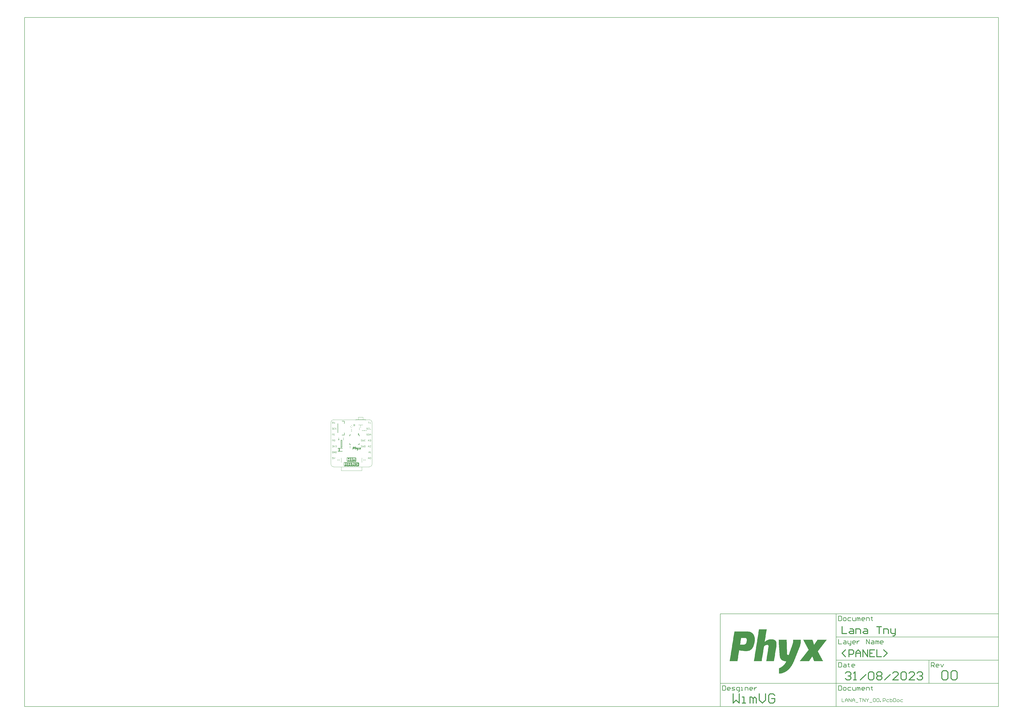
<source format=gto>
G04*
G04 #@! TF.GenerationSoftware,Altium Limited,Altium Designer,23.8.1 (32)*
G04*
G04 Layer_Color=65535*
%FSLAX25Y25*%
%MOIN*%
G70*
G04*
G04 #@! TF.SameCoordinates,792C4401-852F-49E4-8EEA-156BCAAEB04F*
G04*
G04*
G04 #@! TF.FilePolarity,Positive*
G04*
G01*
G75*
%ADD10C,0.00984*%
%ADD11C,0.00591*%
%ADD12C,0.00394*%
%ADD13C,0.00787*%
%ADD14C,0.00472*%
%ADD15R,0.00787X0.00591*%
%ADD16C,0.01575*%
G36*
X42386Y34220D02*
Y34195D01*
X42361D01*
Y34169D01*
Y34144D01*
Y34118D01*
Y34093D01*
X42361Y34067D01*
X42361Y34042D01*
X42335Y34042D01*
Y34016D01*
Y33991D01*
X42335Y33965D01*
X42335Y33940D01*
X42335Y33914D01*
X42335Y33889D01*
X42310D01*
Y33863D01*
X42310Y33838D01*
X42310Y33812D01*
Y33787D01*
X42310Y33761D01*
Y33736D01*
X42310Y33710D01*
X42284D01*
Y33685D01*
X42284Y33659D01*
X42284Y33634D01*
X42284Y33608D01*
X42284Y33583D01*
X42284Y33557D01*
X42259Y33557D01*
X42259Y33532D01*
X42259Y33506D01*
X42259Y33481D01*
X42259Y33455D01*
Y33430D01*
Y33404D01*
X42233Y33404D01*
Y33379D01*
Y33353D01*
Y33328D01*
Y33302D01*
Y33277D01*
Y33251D01*
X42233Y33226D01*
X42208Y33226D01*
Y33200D01*
Y33175D01*
Y33149D01*
Y33124D01*
Y33098D01*
Y33073D01*
X42182Y33073D01*
Y33047D01*
Y33022D01*
Y32996D01*
X42182Y32971D01*
Y32945D01*
X42182Y32920D01*
X42157Y32920D01*
X42157Y32894D01*
Y32869D01*
Y32843D01*
X42157Y32818D01*
X42157Y32792D01*
X42157Y32767D01*
X42131D01*
Y32741D01*
Y32716D01*
X42131Y32690D01*
X42131Y32665D01*
Y32639D01*
Y32614D01*
Y32588D01*
X42106Y32588D01*
Y32563D01*
X42106Y32537D01*
X42106Y32512D01*
X42106Y32486D01*
Y32461D01*
X42106Y32435D01*
X42080D01*
Y32410D01*
X42080Y32384D01*
X42131D01*
X42131Y32410D01*
X42157D01*
X42157Y32435D01*
X42182D01*
Y32461D01*
X42233Y32461D01*
X42233Y32486D01*
X42259Y32486D01*
Y32512D01*
X42284D01*
Y32537D01*
X42335D01*
Y32563D01*
X42386Y32563D01*
Y32588D01*
X42412Y32588D01*
Y32614D01*
X42463Y32614D01*
X42463Y32639D01*
X42539Y32639D01*
X42539Y32665D01*
X42590D01*
X42590Y32690D01*
X42667Y32690D01*
Y32716D01*
X42794D01*
Y32741D01*
X43355Y32741D01*
X43355Y32716D01*
X43457D01*
X43457Y32690D01*
X43534D01*
Y32665D01*
X43585D01*
Y32639D01*
X43610D01*
X43610Y32614D01*
X43661Y32614D01*
Y32588D01*
X43687Y32588D01*
Y32563D01*
X43712Y32563D01*
X43712Y32537D01*
X43738Y32537D01*
X43738Y32512D01*
X43763D01*
Y32486D01*
X43763Y32461D01*
X43789D01*
Y32435D01*
Y32410D01*
X43814Y32410D01*
Y32384D01*
Y32359D01*
Y32333D01*
X43840D01*
X43840Y32308D01*
X43840Y32282D01*
X43840Y32257D01*
Y32231D01*
X43865Y32231D01*
Y32206D01*
Y32180D01*
X43865Y32155D01*
X43865Y32129D01*
X43865Y32104D01*
X43865Y32078D01*
X43865Y32053D01*
Y32027D01*
X43865Y32002D01*
X43865Y31976D01*
Y31951D01*
Y31925D01*
X43865Y31900D01*
X43865Y31874D01*
Y31849D01*
X43865Y31823D01*
Y31798D01*
X43865Y31772D01*
X43840D01*
X43840Y31747D01*
Y31721D01*
Y31696D01*
Y31670D01*
X43840Y31645D01*
X43840Y31619D01*
X43840Y31594D01*
X43814D01*
X43814Y31568D01*
X43814Y31543D01*
Y31517D01*
X43814Y31492D01*
X43814Y31466D01*
Y31441D01*
X43814Y31415D01*
X43789Y31415D01*
X43789Y31390D01*
X43789Y31364D01*
Y31339D01*
X43789Y31313D01*
X43789Y31288D01*
X43789Y31262D01*
X43763Y31262D01*
Y31237D01*
Y31211D01*
X43763Y31186D01*
X43763Y31160D01*
Y31135D01*
Y31109D01*
X43738D01*
X43738Y31084D01*
X43738Y31058D01*
X43738Y31033D01*
X43738Y31007D01*
X43738Y30982D01*
Y30956D01*
X43712D01*
X43712Y30931D01*
Y30905D01*
Y30880D01*
X43712Y30854D01*
X43712Y30829D01*
X43712Y30803D01*
X43712Y30778D01*
X43687Y30778D01*
Y30752D01*
Y30727D01*
Y30701D01*
Y30676D01*
Y30650D01*
Y30625D01*
X43661Y30625D01*
Y30599D01*
Y30574D01*
Y30548D01*
X43661Y30523D01*
X43661Y30497D01*
Y30472D01*
X43636D01*
Y30446D01*
Y30421D01*
X43636Y30395D01*
X43636Y30370D01*
X43636Y30344D01*
X43636Y30319D01*
X43636Y30293D01*
X43610Y30293D01*
X43610Y30268D01*
X43610Y30242D01*
X43610Y30217D01*
X43610Y30191D01*
X43610Y30166D01*
Y30140D01*
X43585Y30140D01*
X43585Y30115D01*
X43585Y30089D01*
X43585Y30064D01*
Y30038D01*
X43585Y30013D01*
X43585Y29987D01*
X43559Y29987D01*
Y29962D01*
X43559Y29936D01*
X43559Y29911D01*
X43559Y29885D01*
Y29860D01*
Y29834D01*
X43534Y29834D01*
X43534Y29809D01*
X43534Y29783D01*
Y29758D01*
X43534Y29732D01*
Y29707D01*
Y29681D01*
X43534Y29656D01*
X43508D01*
Y29630D01*
X43508Y29605D01*
Y29579D01*
X43508Y29554D01*
X43508Y29528D01*
X43508Y29503D01*
X43483D01*
X43483Y29477D01*
Y29452D01*
X42310Y29452D01*
X42310Y29477D01*
X42310Y29503D01*
X42335Y29503D01*
Y29528D01*
X42335Y29554D01*
X42335Y29579D01*
X42335Y29605D01*
Y29630D01*
X42335Y29656D01*
X42361D01*
Y29681D01*
X42361Y29707D01*
X42361Y29732D01*
X42361Y29758D01*
X42361Y29783D01*
Y29809D01*
X42361Y29834D01*
X42386Y29834D01*
Y29860D01*
Y29885D01*
Y29911D01*
X42386Y29936D01*
X42386Y29962D01*
Y29987D01*
X42412D01*
X42412Y30013D01*
Y30038D01*
X42412Y30064D01*
X42412Y30089D01*
Y30115D01*
X42412Y30140D01*
X42437D01*
X42437Y30166D01*
X42437Y30191D01*
Y30217D01*
Y30242D01*
X42437Y30268D01*
X42437Y30293D01*
X42437Y30319D01*
X42463D01*
X42463Y30344D01*
Y30370D01*
X42463Y30395D01*
X42463Y30421D01*
Y30446D01*
X42463Y30472D01*
X42488Y30472D01*
Y30497D01*
Y30523D01*
X42488Y30548D01*
X42488Y30574D01*
Y30599D01*
Y30625D01*
Y30650D01*
X42514Y30650D01*
X42514Y30676D01*
X42514Y30701D01*
X42514Y30727D01*
X42514Y30752D01*
X42514Y30778D01*
X42514Y30803D01*
X42539Y30803D01*
Y30829D01*
X42539Y30854D01*
X42539Y30880D01*
Y30905D01*
Y30931D01*
Y30956D01*
X42565D01*
Y30982D01*
Y31007D01*
X42565Y31033D01*
X42565Y31058D01*
Y31084D01*
Y31109D01*
X42590Y31109D01*
Y31135D01*
Y31160D01*
Y31186D01*
Y31211D01*
X42590Y31237D01*
X42590Y31262D01*
Y31288D01*
X42616D01*
X42616Y31313D01*
X42616Y31339D01*
Y31364D01*
Y31390D01*
Y31415D01*
X42616Y31441D01*
X42641D01*
X42641Y31466D01*
X42641Y31492D01*
X42641Y31517D01*
X42641Y31543D01*
Y31568D01*
X42641Y31594D01*
X42641Y31619D01*
X42667D01*
Y31645D01*
X42667Y31670D01*
X42667Y31696D01*
Y31721D01*
X42667Y31747D01*
X42667Y31772D01*
X42641D01*
X42641Y31798D01*
Y31823D01*
X42616Y31823D01*
Y31849D01*
X42590Y31849D01*
X42590Y31874D01*
X42539D01*
X42539Y31900D01*
X42386Y31900D01*
Y31874D01*
X42259Y31874D01*
Y31849D01*
X42182Y31849D01*
X42182Y31823D01*
X42131D01*
X42131Y31798D01*
X42106D01*
X42105Y31772D01*
X42055D01*
Y31747D01*
X42029Y31747D01*
Y31721D01*
X42004Y31721D01*
Y31696D01*
X42004Y31670D01*
X41978D01*
X41978Y31645D01*
Y31619D01*
X41978Y31594D01*
X41953Y31594D01*
X41953Y31568D01*
Y31543D01*
Y31517D01*
X41953Y31492D01*
Y31466D01*
X41953Y31441D01*
X41927Y31441D01*
X41927Y31415D01*
X41927Y31390D01*
Y31364D01*
Y31339D01*
Y31313D01*
Y31288D01*
X41927Y31262D01*
X41902Y31262D01*
X41902Y31237D01*
X41902Y31211D01*
X41902Y31186D01*
X41902Y31160D01*
Y31135D01*
X41902Y31109D01*
X41876Y31109D01*
Y31084D01*
X41876Y31058D01*
Y31033D01*
X41876Y31007D01*
X41876Y30982D01*
Y30956D01*
X41851Y30956D01*
X41851Y30931D01*
Y30905D01*
Y30880D01*
Y30854D01*
Y30829D01*
X41851Y30803D01*
X41825Y30803D01*
Y30778D01*
X41825Y30752D01*
Y30727D01*
Y30701D01*
Y30676D01*
X41825Y30650D01*
X41825Y30625D01*
X41800Y30625D01*
Y30599D01*
X41800Y30574D01*
Y30548D01*
Y30523D01*
X41800Y30497D01*
Y30472D01*
X41774Y30472D01*
X41774Y30446D01*
Y30421D01*
Y30395D01*
Y30370D01*
X41774Y30344D01*
X41774Y30319D01*
X41749D01*
X41748Y30293D01*
X41749Y30268D01*
X41748Y30242D01*
Y30217D01*
X41749Y30191D01*
Y30166D01*
X41749Y30140D01*
X41723Y30140D01*
Y30115D01*
Y30089D01*
X41723Y30064D01*
X41723Y30038D01*
X41723Y30013D01*
X41723Y29987D01*
X41697D01*
X41698Y29962D01*
X41697Y29936D01*
X41698Y29911D01*
X41698Y29885D01*
X41697Y29860D01*
Y29834D01*
X41672D01*
X41672Y29809D01*
X41672Y29783D01*
X41672Y29758D01*
X41672Y29732D01*
X41672Y29707D01*
X41672Y29681D01*
X41647D01*
Y29656D01*
Y29630D01*
Y29605D01*
Y29579D01*
Y29554D01*
Y29528D01*
Y29503D01*
X41621Y29503D01*
Y29477D01*
X41621Y29452D01*
X40448Y29452D01*
X40448Y29477D01*
Y29503D01*
X40473Y29503D01*
X40473Y29528D01*
Y29554D01*
X40473Y29579D01*
X40473Y29605D01*
X40473Y29630D01*
X40473Y29656D01*
X40473Y29681D01*
X40499Y29681D01*
Y29707D01*
X40499Y29732D01*
X40499Y29758D01*
Y29783D01*
Y29809D01*
X40499Y29834D01*
X40525Y29834D01*
X40525Y29860D01*
X40525Y29885D01*
X40525Y29911D01*
X40525Y29936D01*
X40525Y29962D01*
X40525Y29987D01*
X40550D01*
Y30013D01*
X40550Y30038D01*
X40550Y30064D01*
Y30089D01*
X40550Y30115D01*
Y30140D01*
X40550Y30166D01*
X40576D01*
Y30191D01*
Y30217D01*
X40576Y30242D01*
Y30268D01*
X40576Y30293D01*
X40576Y30319D01*
X40601Y30319D01*
X40601Y30344D01*
X40601Y30370D01*
Y30395D01*
Y30421D01*
X40601Y30446D01*
X40601Y30472D01*
X40626D01*
X40626Y30497D01*
X40626Y30523D01*
X40626Y30548D01*
Y30574D01*
Y30599D01*
Y30625D01*
X40652D01*
Y30650D01*
Y30676D01*
Y30701D01*
Y30727D01*
Y30752D01*
Y30778D01*
Y30803D01*
X40677Y30803D01*
X40677Y30829D01*
X40677Y30854D01*
Y30880D01*
X40677Y30905D01*
Y30931D01*
X40677Y30956D01*
X40703D01*
Y30982D01*
Y31007D01*
Y31033D01*
X40703Y31058D01*
Y31084D01*
X40703Y31109D01*
X40729Y31109D01*
Y31135D01*
Y31160D01*
Y31186D01*
Y31211D01*
Y31237D01*
Y31262D01*
Y31288D01*
X40754D01*
Y31313D01*
Y31339D01*
Y31364D01*
Y31390D01*
Y31415D01*
Y31441D01*
X40780Y31441D01*
Y31466D01*
Y31492D01*
X40780Y31517D01*
X40780Y31543D01*
Y31568D01*
Y31594D01*
X40805D01*
X40805Y31619D01*
Y31645D01*
X40805Y31670D01*
X40805Y31696D01*
Y31721D01*
X40805Y31747D01*
X40830D01*
Y31772D01*
X40830Y31798D01*
X40830Y31823D01*
Y31849D01*
X40830Y31874D01*
X40830Y31900D01*
X40830Y31925D01*
X40856Y31925D01*
X40856Y31951D01*
Y31976D01*
X40856Y32002D01*
X40856Y32027D01*
Y32053D01*
Y32078D01*
X40881Y32078D01*
Y32104D01*
X40881Y32129D01*
X40881Y32155D01*
Y32180D01*
Y32206D01*
Y32231D01*
X40907Y32231D01*
Y32257D01*
Y32282D01*
Y32308D01*
Y32333D01*
Y32359D01*
Y32384D01*
X40933D01*
X40933Y32410D01*
Y32435D01*
Y32461D01*
Y32486D01*
Y32512D01*
X40933Y32537D01*
X40933Y32563D01*
X40958Y32563D01*
X40958Y32588D01*
X40958Y32614D01*
X40958Y32639D01*
X40958Y32665D01*
Y32690D01*
Y32716D01*
X40984Y32716D01*
X40984Y32741D01*
Y32767D01*
Y32792D01*
X40984Y32818D01*
X40984Y32843D01*
X40984Y32869D01*
X41009Y32869D01*
X41009Y32894D01*
X41009Y32920D01*
Y32945D01*
Y32971D01*
Y32996D01*
Y33022D01*
Y33047D01*
X41034Y33047D01*
Y33073D01*
Y33098D01*
Y33124D01*
X41034Y33149D01*
X41034Y33175D01*
X41034Y33200D01*
X41060D01*
Y33226D01*
Y33251D01*
X41060Y33277D01*
X41060Y33302D01*
Y33328D01*
Y33353D01*
X41085Y33353D01*
Y33379D01*
X41085Y33404D01*
X41085Y33430D01*
Y33455D01*
X41085Y33481D01*
X41085Y33506D01*
X41111Y33506D01*
Y33532D01*
X41111Y33557D01*
Y33583D01*
X41111Y33608D01*
Y33634D01*
X41111Y33659D01*
X41111Y33685D01*
X41137D01*
Y33710D01*
Y33736D01*
Y33761D01*
X41137Y33787D01*
X41137Y33812D01*
X41137Y33838D01*
X41162D01*
X41162Y33863D01*
X41162Y33889D01*
X41162Y33914D01*
X41162Y33940D01*
X41162Y33965D01*
Y33991D01*
X41188Y33991D01*
Y34016D01*
X41188Y34042D01*
X41188Y34067D01*
X41188Y34093D01*
Y34118D01*
Y34144D01*
Y34169D01*
X41213Y34169D01*
X41213Y34195D01*
Y34220D01*
Y34246D01*
X42386D01*
X42386Y34220D01*
D02*
G37*
G36*
X49297Y32665D02*
X49323D01*
Y32639D01*
Y32614D01*
Y32588D01*
X49348Y32588D01*
X49348Y32563D01*
X49348Y32537D01*
X49348Y32512D01*
X49374Y32512D01*
X49374Y32486D01*
X49374Y32461D01*
X49374Y32435D01*
X49399D01*
Y32410D01*
Y32384D01*
Y32359D01*
X49425Y32359D01*
X49425Y32333D01*
X49425Y32308D01*
Y32282D01*
X49450D01*
X49450Y32257D01*
X49450Y32231D01*
X49450Y32206D01*
X49476D01*
X49476Y32180D01*
X49476Y32155D01*
Y32129D01*
X49501D01*
X49501Y32104D01*
X49501Y32078D01*
Y32053D01*
X49527D01*
X49527Y32027D01*
Y32002D01*
Y31976D01*
X49527Y31951D01*
X49578Y31951D01*
X49578Y31976D01*
X49603D01*
Y32002D01*
X49629Y32002D01*
Y32027D01*
Y32053D01*
X49654Y32053D01*
Y32078D01*
X49680Y32078D01*
Y32104D01*
Y32129D01*
X49705Y32129D01*
X49705Y32155D01*
X49731Y32155D01*
X49731Y32180D01*
Y32206D01*
X49756D01*
X49756Y32231D01*
X49782Y32231D01*
X49782Y32257D01*
Y32282D01*
X49807Y32282D01*
X49807Y32308D01*
X49833Y32308D01*
Y32333D01*
Y32359D01*
X49858Y32359D01*
X49858Y32384D01*
X49884Y32384D01*
Y32410D01*
Y32435D01*
X49909D01*
Y32461D01*
X49935D01*
X49935Y32486D01*
X49935Y32512D01*
X49960Y32512D01*
X49960Y32537D01*
X49986D01*
Y32563D01*
Y32588D01*
X50011Y32588D01*
Y32614D01*
X50037Y32614D01*
Y32639D01*
Y32665D01*
X50062D01*
X50062Y32690D01*
X51465D01*
X51465Y32665D01*
X51439Y32665D01*
Y32639D01*
X51414Y32639D01*
X51414Y32614D01*
X51414Y32588D01*
X51388D01*
X51388Y32563D01*
X51363Y32563D01*
Y32537D01*
X51337Y32537D01*
X51337Y32512D01*
Y32486D01*
X51312Y32486D01*
Y32461D01*
X51286D01*
Y32435D01*
X51261D01*
X51261Y32410D01*
X51235D01*
Y32384D01*
Y32359D01*
X51210D01*
Y32333D01*
X51184D01*
X51184Y32308D01*
X51159D01*
Y32282D01*
X51159Y32257D01*
X51133Y32257D01*
X51133Y32231D01*
X51108D01*
Y32206D01*
X51082Y32206D01*
X51082Y32180D01*
X51057Y32180D01*
Y32155D01*
Y32129D01*
X51031D01*
Y32104D01*
X51006Y32104D01*
Y32078D01*
X50980D01*
X50980Y32053D01*
X50980Y32027D01*
X50955D01*
X50955Y32002D01*
X50929Y32002D01*
X50929Y31976D01*
X50904D01*
Y31951D01*
Y31925D01*
X50878Y31925D01*
X50878Y31900D01*
X50853Y31900D01*
Y31874D01*
X50827Y31874D01*
Y31849D01*
X50802Y31849D01*
Y31823D01*
X50802Y31798D01*
X50776D01*
Y31772D01*
X50751D01*
Y31747D01*
X50725D01*
Y31721D01*
Y31696D01*
X50700Y31696D01*
X50700Y31670D01*
X50674Y31670D01*
X50674Y31645D01*
X50649D01*
X50649Y31619D01*
X50649Y31594D01*
X50623Y31594D01*
X50623Y31568D01*
X50598Y31568D01*
X50598Y31543D01*
X50572D01*
Y31517D01*
X50547Y31517D01*
X50547Y31492D01*
Y31466D01*
X50521D01*
Y31441D01*
X50496Y31441D01*
Y31415D01*
X50470D01*
Y31390D01*
Y31364D01*
X50445Y31364D01*
Y31339D01*
X50419D01*
X50419Y31313D01*
X50394Y31313D01*
Y31288D01*
Y31262D01*
X50368D01*
X50368Y31237D01*
X50343D01*
Y31211D01*
X50317Y31211D01*
Y31186D01*
X50292D01*
Y31160D01*
X50292Y31135D01*
X50266Y31135D01*
X50266Y31109D01*
X50241Y31109D01*
X50241Y31084D01*
X50215Y31084D01*
X50215Y31058D01*
Y31033D01*
X50190Y31033D01*
Y31007D01*
X50164Y31007D01*
Y30982D01*
X50139D01*
X50139Y30956D01*
X50113D01*
X50113Y30931D01*
Y30905D01*
X50139Y30905D01*
Y30880D01*
Y30854D01*
X50164Y30854D01*
X50164Y30829D01*
Y30803D01*
X50190D01*
Y30778D01*
X50215D01*
Y30752D01*
Y30727D01*
X50241Y30727D01*
X50241Y30701D01*
X50241Y30676D01*
X50266D01*
X50266Y30650D01*
X50266Y30625D01*
X50292D01*
X50292Y30599D01*
X50292Y30574D01*
X50317D01*
Y30548D01*
X50317Y30523D01*
X50343Y30523D01*
X50343Y30497D01*
X50343Y30472D01*
X50368Y30472D01*
Y30446D01*
Y30421D01*
X50394Y30421D01*
Y30395D01*
X50394Y30370D01*
X50419Y30370D01*
X50419Y30344D01*
X50445D01*
Y30319D01*
X50445Y30293D01*
X50470Y30293D01*
Y30268D01*
Y30242D01*
X50496Y30242D01*
Y30217D01*
X50496Y30191D01*
X50521Y30191D01*
X50521Y30166D01*
X50521Y30140D01*
X50547Y30140D01*
Y30115D01*
Y30089D01*
X50572D01*
X50572Y30064D01*
X50572Y30038D01*
X50598Y30038D01*
X50598Y30013D01*
Y29987D01*
X50623D01*
Y29962D01*
X50649D01*
Y29936D01*
Y29911D01*
X50674D01*
X50674Y29885D01*
X50674Y29860D01*
X50700Y29860D01*
X50700Y29834D01*
Y29809D01*
X50725Y29809D01*
Y29783D01*
Y29758D01*
X50751D01*
X50751Y29732D01*
X50751Y29707D01*
X50776D01*
Y29681D01*
X50776Y29656D01*
X50802D01*
Y29630D01*
Y29605D01*
X50827Y29605D01*
X50827Y29579D01*
X50853D01*
Y29554D01*
Y29528D01*
X50878Y29528D01*
X50878Y29503D01*
Y29477D01*
X50904Y29477D01*
Y29452D01*
X49552Y29452D01*
X49552Y29477D01*
X49527D01*
X49527Y29503D01*
X49527Y29528D01*
X49527Y29554D01*
X49501D01*
Y29579D01*
X49501Y29605D01*
Y29630D01*
X49476Y29630D01*
Y29656D01*
X49476Y29681D01*
X49450D01*
X49450Y29707D01*
X49450Y29732D01*
Y29758D01*
X49425D01*
X49425Y29783D01*
X49425Y29809D01*
X49425Y29834D01*
X49399Y29834D01*
Y29860D01*
Y29885D01*
X49374D01*
X49374Y29911D01*
X49374Y29936D01*
X49374Y29962D01*
X49348Y29962D01*
Y29987D01*
X49348Y30013D01*
X49348Y30038D01*
X49323Y30038D01*
Y30064D01*
Y30089D01*
Y30115D01*
X49297D01*
Y30140D01*
X49246D01*
X49246Y30115D01*
Y30089D01*
X49221Y30089D01*
X49221Y30064D01*
X49195D01*
X49195Y30038D01*
Y30013D01*
X49170Y30013D01*
Y29987D01*
X49144D01*
X49144Y29962D01*
Y29936D01*
X49119Y29936D01*
Y29911D01*
X49093Y29911D01*
X49093Y29885D01*
X49093Y29860D01*
X49068Y29860D01*
X49068Y29834D01*
X49042Y29834D01*
X49042Y29809D01*
X49017D01*
X49017Y29783D01*
Y29758D01*
X48991D01*
X48991Y29732D01*
X48966D01*
Y29707D01*
X48966Y29681D01*
X48940D01*
Y29656D01*
X48915Y29656D01*
Y29630D01*
Y29605D01*
X48889D01*
Y29579D01*
X48864Y29579D01*
X48864Y29554D01*
X48864Y29528D01*
X48838Y29528D01*
X48838Y29503D01*
X48812Y29503D01*
X48812Y29477D01*
Y29452D01*
X47384Y29452D01*
X47384Y29477D01*
X47410Y29477D01*
X47410Y29503D01*
X47436D01*
X47435Y29528D01*
X47461D01*
Y29554D01*
X47486D01*
Y29579D01*
Y29605D01*
X47512Y29605D01*
Y29630D01*
X47537D01*
Y29656D01*
X47563Y29656D01*
X47563Y29681D01*
X47589D01*
Y29707D01*
Y29732D01*
X47614D01*
X47614Y29758D01*
X47640D01*
Y29783D01*
X47665Y29783D01*
Y29809D01*
X47665Y29834D01*
X47690D01*
Y29860D01*
X47716Y29860D01*
Y29885D01*
X47741D01*
X47741Y29911D01*
X47767D01*
X47767Y29936D01*
Y29962D01*
X47793Y29962D01*
Y29987D01*
X47818D01*
Y30013D01*
X47844Y30013D01*
X47844Y30038D01*
X47869Y30038D01*
X47869Y30064D01*
X47869Y30089D01*
X47894D01*
X47894Y30115D01*
X47920Y30115D01*
Y30140D01*
X47945D01*
X47945Y30166D01*
Y30191D01*
X47971D01*
X47971Y30217D01*
X47997Y30217D01*
Y30242D01*
X48022D01*
X48022Y30268D01*
X48048Y30268D01*
X48048Y30293D01*
X48048Y30319D01*
X48073D01*
Y30344D01*
X48098Y30344D01*
Y30370D01*
X48124Y30370D01*
X48124Y30395D01*
X48124Y30421D01*
X48149Y30421D01*
Y30446D01*
X48175Y30446D01*
X48175Y30472D01*
X48201Y30472D01*
X48201Y30497D01*
X48226Y30497D01*
Y30523D01*
X48226Y30548D01*
X48252D01*
Y30574D01*
X48277D01*
Y30599D01*
X48303D01*
Y30625D01*
X48303Y30650D01*
X48328D01*
X48328Y30676D01*
X48353Y30676D01*
X48353Y30701D01*
X48379Y30701D01*
X48379Y30727D01*
X48404Y30727D01*
Y30752D01*
Y30778D01*
X48430Y30778D01*
X48430Y30803D01*
X48456D01*
X48456Y30829D01*
X48481D01*
X48481Y30854D01*
X48507Y30854D01*
Y30880D01*
X48507Y30905D01*
X48532Y30905D01*
X48532Y30931D01*
X48557D01*
Y30956D01*
X48583D01*
X48583Y30982D01*
X48583Y31007D01*
X48608D01*
X48608Y31033D01*
X48634Y31033D01*
Y31058D01*
X48660D01*
Y31084D01*
X48685D01*
Y31109D01*
Y31135D01*
X48711D01*
Y31160D01*
Y31186D01*
Y31211D01*
X48685D01*
X48685Y31237D01*
X48660Y31237D01*
X48660Y31262D01*
X48660Y31288D01*
X48634Y31288D01*
X48634Y31313D01*
X48634Y31339D01*
X48608D01*
Y31364D01*
Y31390D01*
X48583Y31390D01*
Y31415D01*
Y31441D01*
X48557Y31441D01*
Y31466D01*
Y31492D01*
X48532D01*
X48532Y31517D01*
X48532Y31543D01*
X48507D01*
X48507Y31568D01*
X48481D01*
X48481Y31594D01*
Y31619D01*
X48456Y31619D01*
X48456Y31645D01*
X48456Y31670D01*
X48430D01*
Y31696D01*
X48430Y31721D01*
X48404Y31721D01*
X48404Y31747D01*
Y31772D01*
X48379D01*
X48379Y31798D01*
X48379Y31823D01*
X48353D01*
Y31849D01*
X48353Y31874D01*
X48328Y31874D01*
X48328Y31900D01*
X48303D01*
X48303Y31925D01*
X48303Y31951D01*
X48277D01*
Y31976D01*
Y32002D01*
X48252D01*
Y32027D01*
X48252Y32053D01*
X48226D01*
Y32078D01*
X48226Y32104D01*
X48201Y32104D01*
X48201Y32129D01*
Y32155D01*
X48175Y32155D01*
X48175Y32180D01*
Y32206D01*
X48149D01*
X48149Y32231D01*
X48149Y32257D01*
X48124Y32257D01*
X48124Y32282D01*
X48098D01*
Y32308D01*
Y32333D01*
X48073Y32333D01*
Y32359D01*
Y32384D01*
X48048D01*
X48048Y32410D01*
X48048Y32435D01*
X48022D01*
Y32461D01*
X48022Y32486D01*
X47997Y32486D01*
Y32512D01*
Y32537D01*
X47971Y32537D01*
X47971Y32563D01*
Y32588D01*
X47945Y32588D01*
X47945Y32614D01*
X47920D01*
X47920Y32639D01*
X47920Y32665D01*
X47894D01*
Y32690D01*
X49297Y32690D01*
Y32665D01*
D02*
G37*
G36*
X39606Y33914D02*
X39759D01*
X39759Y33889D01*
X39836D01*
X39836Y33863D01*
X39912D01*
Y33838D01*
X39989Y33838D01*
X39989Y33812D01*
X40040Y33812D01*
Y33787D01*
X40065Y33787D01*
Y33761D01*
X40116D01*
Y33736D01*
X40142Y33736D01*
X40142Y33710D01*
X40193Y33710D01*
X40193Y33685D01*
X40218Y33685D01*
X40218Y33659D01*
X40244Y33659D01*
Y33634D01*
X40270D01*
X40269Y33608D01*
X40295Y33608D01*
X40295Y33583D01*
X40320Y33583D01*
X40321Y33557D01*
X40346Y33557D01*
Y33532D01*
Y33506D01*
X40372Y33506D01*
X40371Y33481D01*
X40397Y33481D01*
X40397Y33455D01*
Y33430D01*
X40422Y33430D01*
Y33404D01*
X40448D01*
Y33379D01*
X40448Y33353D01*
X40473Y33353D01*
X40473Y33328D01*
X40473Y33302D01*
Y33277D01*
X40499D01*
Y33251D01*
Y33226D01*
Y33200D01*
X40525D01*
Y33175D01*
Y33149D01*
Y33124D01*
Y33098D01*
X40550D01*
X40550Y33073D01*
X40550Y33047D01*
X40550Y33022D01*
X40550Y32996D01*
X40550Y32971D01*
X40576D01*
Y32945D01*
X40576Y32920D01*
X40576Y32894D01*
Y32869D01*
Y32843D01*
X40576Y32818D01*
X40576Y32792D01*
Y32767D01*
X40576Y32741D01*
Y32716D01*
X40576Y32690D01*
X40576Y32665D01*
X40576Y32639D01*
Y32614D01*
X40576Y32588D01*
Y32563D01*
X40576Y32537D01*
Y32512D01*
X40576Y32486D01*
Y32461D01*
X40550D01*
X40550Y32435D01*
X40550Y32410D01*
Y32384D01*
X40550Y32359D01*
X40550Y32333D01*
X40550Y32308D01*
X40550Y32282D01*
X40525D01*
Y32257D01*
X40525Y32231D01*
Y32206D01*
X40525Y32180D01*
X40525Y32155D01*
X40499Y32155D01*
X40499Y32129D01*
Y32104D01*
X40499Y32078D01*
Y32053D01*
X40499Y32027D01*
X40473Y32027D01*
Y32002D01*
X40473Y31976D01*
X40473Y31951D01*
X40448Y31951D01*
Y31925D01*
X40448Y31900D01*
X40448Y31874D01*
Y31849D01*
X40422Y31849D01*
Y31823D01*
Y31798D01*
Y31772D01*
X40397D01*
Y31747D01*
X40397Y31721D01*
X40371Y31721D01*
Y31696D01*
Y31670D01*
Y31645D01*
X40346D01*
Y31619D01*
X40346Y31594D01*
X40320D01*
Y31568D01*
Y31543D01*
X40295Y31543D01*
X40295Y31517D01*
Y31492D01*
X40269D01*
X40270Y31466D01*
X40244D01*
Y31441D01*
X40244Y31415D01*
X40218Y31415D01*
X40218Y31390D01*
X40193D01*
X40193Y31364D01*
X40167D01*
X40167Y31339D01*
X40167Y31313D01*
X40142Y31313D01*
Y31288D01*
X40116Y31288D01*
Y31262D01*
X40091Y31262D01*
Y31237D01*
X40065Y31237D01*
X40065Y31211D01*
X40040D01*
X40040Y31186D01*
X39989Y31186D01*
X39989Y31160D01*
X39963Y31160D01*
Y31135D01*
X39912Y31135D01*
X39912Y31109D01*
X39887D01*
Y31084D01*
X39836Y31084D01*
X39836Y31058D01*
X39759Y31058D01*
X39759Y31033D01*
X39683Y31033D01*
X39683Y31007D01*
X39606D01*
X39606Y30982D01*
X39453D01*
Y30956D01*
X38994Y30956D01*
X38994Y30982D01*
X38765D01*
X38765Y31007D01*
X38586D01*
X38586Y31033D01*
X38459Y31033D01*
X38459Y31058D01*
X38331Y31058D01*
X38331Y31084D01*
X38204Y31084D01*
Y31058D01*
Y31033D01*
X38204Y31007D01*
Y30982D01*
Y30956D01*
Y30931D01*
X38204Y30905D01*
X38178Y30905D01*
Y30880D01*
Y30854D01*
Y30829D01*
Y30803D01*
Y30778D01*
X38178Y30752D01*
X38153Y30752D01*
X38153Y30727D01*
Y30701D01*
X38153Y30676D01*
Y30650D01*
X38153Y30625D01*
Y30599D01*
X38127Y30599D01*
X38127Y30574D01*
Y30548D01*
X38127Y30523D01*
Y30497D01*
X38127Y30472D01*
X38127Y30446D01*
X38127Y30421D01*
X38102D01*
Y30395D01*
Y30370D01*
Y30344D01*
Y30319D01*
Y30293D01*
Y30268D01*
X38076Y30268D01*
Y30242D01*
Y30217D01*
Y30191D01*
Y30166D01*
Y30140D01*
Y30115D01*
X38051D01*
X38051Y30089D01*
Y30064D01*
Y30038D01*
Y30013D01*
Y29987D01*
Y29962D01*
Y29936D01*
X38025D01*
Y29911D01*
Y29885D01*
X38025Y29860D01*
X38025Y29834D01*
Y29809D01*
Y29783D01*
X38000D01*
X38000Y29758D01*
Y29732D01*
Y29707D01*
Y29681D01*
Y29656D01*
X38000Y29630D01*
X37974D01*
Y29605D01*
Y29579D01*
Y29554D01*
Y29528D01*
Y29503D01*
Y29477D01*
Y29452D01*
X36776D01*
Y29477D01*
X36801D01*
X36801Y29503D01*
X36801Y29528D01*
X36801Y29554D01*
X36801Y29579D01*
Y29605D01*
X36827D01*
Y29630D01*
Y29656D01*
X36827Y29681D01*
X36827Y29707D01*
Y29732D01*
Y29758D01*
X36827Y29783D01*
X36852D01*
Y29809D01*
Y29834D01*
X36852Y29860D01*
X36852Y29885D01*
X36852Y29911D01*
X36852Y29936D01*
X36878Y29936D01*
X36878Y29962D01*
X36878Y29987D01*
X36878Y30013D01*
X36878Y30038D01*
X36878Y30064D01*
Y30089D01*
X36903Y30089D01*
Y30115D01*
X36903Y30140D01*
X36903Y30166D01*
Y30191D01*
Y30217D01*
X36903Y30242D01*
X36903Y30268D01*
X36929Y30268D01*
Y30293D01*
X36929Y30319D01*
X36929Y30344D01*
Y30370D01*
X36929Y30395D01*
X36929Y30421D01*
X36954Y30421D01*
Y30446D01*
Y30472D01*
X36954Y30497D01*
X36954Y30523D01*
Y30548D01*
X36954Y30574D01*
X36980Y30574D01*
X36980Y30599D01*
Y30625D01*
Y30650D01*
Y30676D01*
Y30701D01*
Y30727D01*
X37005D01*
X37005Y30752D01*
Y30778D01*
Y30803D01*
Y30829D01*
X37005Y30854D01*
X37005Y30880D01*
X37005Y30905D01*
X37031Y30905D01*
Y30931D01*
Y30956D01*
X37031Y30982D01*
X37031Y31007D01*
Y31033D01*
Y31058D01*
X37056Y31058D01*
X37056Y31084D01*
Y31109D01*
Y31135D01*
X37056Y31160D01*
Y31186D01*
X37056Y31211D01*
X37082D01*
Y31237D01*
X37082Y31262D01*
X37082Y31288D01*
X37082Y31313D01*
Y31339D01*
X37082Y31364D01*
X37107D01*
Y31390D01*
X37107Y31415D01*
X37107Y31441D01*
X37107Y31466D01*
Y31492D01*
Y31517D01*
X37107Y31543D01*
X37133D01*
X37133Y31568D01*
X37133Y31594D01*
Y31619D01*
X37133Y31645D01*
X37133Y31670D01*
Y31696D01*
X37158Y31696D01*
X37158Y31721D01*
X37158Y31747D01*
X37158Y31772D01*
Y31798D01*
X37158Y31823D01*
X37158Y31849D01*
X37184Y31849D01*
Y31874D01*
Y31900D01*
Y31925D01*
Y31951D01*
Y31976D01*
Y32002D01*
Y32027D01*
X37209D01*
X37209Y32053D01*
Y32078D01*
Y32104D01*
Y32129D01*
Y32155D01*
Y32180D01*
X37235Y32180D01*
Y32206D01*
Y32231D01*
Y32257D01*
Y32282D01*
Y32308D01*
Y32333D01*
X37260Y32333D01*
X37260Y32359D01*
X37260Y32384D01*
X37260Y32410D01*
X37260Y32435D01*
Y32461D01*
X37260Y32486D01*
X37286Y32486D01*
X37286Y32512D01*
Y32537D01*
Y32563D01*
Y32588D01*
Y32614D01*
Y32639D01*
Y32665D01*
X37311D01*
Y32690D01*
Y32716D01*
Y32741D01*
Y32767D01*
X37311Y32792D01*
X37311Y32818D01*
X37337D01*
Y32843D01*
X37337Y32869D01*
Y32894D01*
Y32920D01*
Y32945D01*
Y32971D01*
X37362Y32971D01*
Y32996D01*
Y33022D01*
Y33047D01*
X37362Y33073D01*
X37362Y33098D01*
X37362Y33124D01*
Y33149D01*
X37388D01*
X37388Y33175D01*
Y33200D01*
X37388Y33226D01*
X37388Y33251D01*
Y33277D01*
Y33302D01*
X37413Y33302D01*
Y33328D01*
Y33353D01*
Y33379D01*
Y33404D01*
X37413Y33430D01*
X37413Y33455D01*
X37439D01*
X37439Y33481D01*
Y33506D01*
X37439Y33532D01*
Y33557D01*
Y33583D01*
X37439Y33608D01*
Y33634D01*
X37464D01*
X37464Y33659D01*
X37464Y33685D01*
Y33710D01*
X37464Y33736D01*
Y33761D01*
Y33787D01*
X37490D01*
Y33812D01*
Y33838D01*
Y33863D01*
Y33889D01*
Y33914D01*
Y33940D01*
X39606D01*
Y33914D01*
D02*
G37*
G36*
X47537Y32665D02*
X47537Y32639D01*
X47537Y32614D01*
X47537Y32588D01*
X47537Y32563D01*
Y32537D01*
Y32512D01*
Y32486D01*
Y32461D01*
Y32435D01*
X47537Y32410D01*
Y32384D01*
Y32359D01*
X47537Y32333D01*
Y32308D01*
Y32282D01*
Y32257D01*
Y32231D01*
Y32206D01*
Y32180D01*
Y32155D01*
X47512D01*
Y32129D01*
Y32104D01*
Y32078D01*
Y32053D01*
X47512Y32027D01*
X47486Y32027D01*
Y32002D01*
Y31976D01*
Y31951D01*
Y31925D01*
X47461Y31925D01*
X47461Y31900D01*
X47461Y31874D01*
X47461Y31849D01*
X47461Y31823D01*
X47436D01*
Y31798D01*
X47436Y31772D01*
X47436Y31747D01*
X47410Y31747D01*
Y31721D01*
X47410Y31696D01*
X47410Y31670D01*
X47384Y31670D01*
Y31645D01*
X47384Y31619D01*
X47384Y31594D01*
X47359Y31594D01*
Y31568D01*
X47359Y31543D01*
Y31517D01*
X47333D01*
X47333Y31492D01*
Y31466D01*
X47308D01*
X47308Y31441D01*
X47308Y31415D01*
X47282Y31415D01*
Y31390D01*
X47282Y31364D01*
X47282Y31339D01*
X47257Y31339D01*
X47257Y31313D01*
Y31288D01*
X47232Y31288D01*
X47232Y31262D01*
Y31237D01*
X47232Y31211D01*
X47206D01*
X47206Y31186D01*
Y31160D01*
X47180Y31160D01*
X47181Y31135D01*
X47180Y31109D01*
Y31084D01*
X47155Y31084D01*
Y31058D01*
Y31033D01*
X47129Y31033D01*
Y31007D01*
Y30982D01*
Y30956D01*
X47104Y30956D01*
X47104Y30931D01*
Y30905D01*
X47078Y30905D01*
Y30880D01*
Y30854D01*
Y30829D01*
X47053D01*
X47053Y30803D01*
X47053Y30778D01*
X47027D01*
X47027Y30752D01*
X47027Y30727D01*
X47027Y30701D01*
X47002D01*
X47002Y30676D01*
Y30650D01*
X46976Y30650D01*
Y30625D01*
Y30599D01*
Y30574D01*
X46951D01*
X46951Y30548D01*
X46951Y30523D01*
X46925Y30523D01*
Y30497D01*
Y30472D01*
X46925Y30446D01*
X46900Y30446D01*
X46900Y30421D01*
X46900Y30395D01*
X46874Y30395D01*
Y30370D01*
Y30344D01*
Y30319D01*
X46849D01*
Y30293D01*
X46849Y30268D01*
X46823D01*
Y30242D01*
Y30217D01*
X46823Y30191D01*
X46798D01*
Y30166D01*
Y30140D01*
X46772D01*
X46772Y30115D01*
X46772Y30089D01*
X46772Y30064D01*
X46747Y30064D01*
Y30038D01*
Y30013D01*
X46721D01*
X46721Y29987D01*
Y29962D01*
Y29936D01*
X46696Y29936D01*
X46696Y29911D01*
Y29885D01*
X46670Y29885D01*
Y29860D01*
X46670Y29834D01*
X46670Y29809D01*
X46645Y29809D01*
X46645Y29783D01*
X46645Y29758D01*
X46619D01*
Y29732D01*
Y29707D01*
Y29681D01*
X46594Y29681D01*
X46594Y29656D01*
X46594Y29630D01*
X46568D01*
X46568Y29605D01*
Y29579D01*
X46568Y29554D01*
X46543D01*
X46543Y29528D01*
X46543Y29503D01*
X46517D01*
X46517Y29477D01*
X46517Y29452D01*
Y29426D01*
X46492D01*
Y29401D01*
X46492Y29375D01*
X46466Y29375D01*
Y29350D01*
X46466Y29324D01*
X46441Y29324D01*
X46441Y29299D01*
X46441Y29273D01*
X46415Y29273D01*
Y29248D01*
Y29222D01*
Y29197D01*
X46390Y29197D01*
X46390Y29171D01*
X46364D01*
Y29146D01*
X46364Y29120D01*
Y29094D01*
X46339D01*
X46339Y29069D01*
X46313Y29069D01*
Y29044D01*
Y29018D01*
X46288D01*
X46288Y28993D01*
X46288Y28967D01*
X46262Y28967D01*
X46262Y28942D01*
Y28916D01*
X46237D01*
Y28891D01*
Y28865D01*
X46211D01*
X46211Y28839D01*
X46186Y28840D01*
X46186Y28814D01*
X46186Y28789D01*
X46160D01*
Y28763D01*
Y28738D01*
X46135D01*
X46135Y28712D01*
X46109D01*
X46109Y28686D01*
X46084Y28687D01*
X46084Y28661D01*
Y28635D01*
X46058D01*
X46058Y28610D01*
X46033Y28610D01*
Y28585D01*
X46033Y28559D01*
X46007D01*
Y28534D01*
X45982D01*
Y28508D01*
X45956Y28508D01*
Y28482D01*
X45956Y28457D01*
X45931Y28457D01*
X45931Y28431D01*
X45905Y28431D01*
Y28406D01*
X45880D01*
X45880Y28381D01*
X45854D01*
Y28355D01*
X45829Y28355D01*
Y28330D01*
Y28304D01*
X45803D01*
X45803Y28278D01*
X45778Y28278D01*
X45778Y28253D01*
X45752Y28253D01*
Y28227D01*
X45727Y28227D01*
X45727Y28202D01*
X45701Y28202D01*
X45701Y28177D01*
X45676Y28177D01*
Y28151D01*
X45650Y28151D01*
Y28126D01*
X45599Y28126D01*
X45599Y28100D01*
X45574Y28100D01*
Y28074D01*
X45548Y28074D01*
X45548Y28049D01*
X45523D01*
X45523Y28023D01*
X45497D01*
X45497Y27998D01*
X45446Y27998D01*
Y27972D01*
X45421Y27972D01*
Y27947D01*
X45370D01*
X45370Y27922D01*
X45344Y27922D01*
Y27896D01*
X45293D01*
Y27871D01*
X45268Y27871D01*
Y27845D01*
X45217D01*
X45217Y27819D01*
X45166Y27819D01*
Y27794D01*
X45115D01*
Y27768D01*
X45064Y27768D01*
X45064Y27743D01*
X45013D01*
Y27718D01*
X44936D01*
X44936Y27692D01*
X44885D01*
X44885Y27667D01*
X44809D01*
Y27641D01*
X44707D01*
Y27615D01*
X44605Y27615D01*
Y27590D01*
X44452D01*
Y27564D01*
X44273D01*
X44273Y27539D01*
X44248Y27539D01*
Y27564D01*
Y27590D01*
X44248Y27615D01*
X44248Y27641D01*
Y27667D01*
Y27692D01*
Y27718D01*
X44248Y27743D01*
Y27768D01*
X44248Y27794D01*
X44248Y27819D01*
X44248Y27845D01*
Y27871D01*
X44248Y27896D01*
X44248Y27922D01*
Y27947D01*
Y27972D01*
Y27998D01*
Y28023D01*
Y28049D01*
Y28074D01*
Y28100D01*
Y28126D01*
Y28151D01*
Y28177D01*
Y28202D01*
Y28227D01*
Y28253D01*
Y28278D01*
Y28304D01*
Y28330D01*
Y28355D01*
Y28381D01*
X44299Y28381D01*
Y28406D01*
X44350Y28406D01*
X44350Y28431D01*
X44401D01*
Y28457D01*
X44452D01*
Y28482D01*
X44503Y28482D01*
Y28508D01*
X44554D01*
Y28534D01*
X44579D01*
X44579Y28559D01*
X44630D01*
Y28585D01*
X44656Y28585D01*
X44656Y28610D01*
X44707D01*
X44707Y28636D01*
X44732Y28635D01*
X44732Y28661D01*
X44758Y28661D01*
X44758Y28686D01*
X44809D01*
Y28712D01*
X44834D01*
X44834Y28738D01*
X44860Y28738D01*
Y28763D01*
X44885D01*
X44885Y28789D01*
X44911Y28789D01*
X44911Y28814D01*
X44936Y28814D01*
X44936Y28840D01*
X44962D01*
Y28865D01*
X44987D01*
Y28891D01*
X45013D01*
Y28916D01*
X45038Y28916D01*
Y28942D01*
X45064Y28942D01*
X45064Y28967D01*
X45089Y28967D01*
Y28993D01*
Y29018D01*
X45115D01*
Y29044D01*
X45140Y29043D01*
Y29069D01*
X45166Y29069D01*
X45166Y29095D01*
X45166Y29120D01*
X45191D01*
X45191Y29146D01*
X45217D01*
Y29171D01*
X45217Y29197D01*
X45242Y29197D01*
Y29222D01*
X45242Y29248D01*
X45268D01*
X45268Y29273D01*
X45293D01*
X45293Y29299D01*
X45293Y29324D01*
X45319Y29324D01*
Y29350D01*
Y29375D01*
X45344Y29375D01*
X45344Y29401D01*
X45344Y29426D01*
X45191D01*
X45191Y29452D01*
X45013Y29452D01*
X45013Y29477D01*
X44911D01*
X44911Y29503D01*
X44860Y29503D01*
Y29528D01*
X44783Y29528D01*
X44783Y29554D01*
X44732D01*
Y29579D01*
X44707Y29579D01*
X44707Y29605D01*
X44656Y29605D01*
X44656Y29630D01*
X44630Y29630D01*
Y29656D01*
X44605D01*
X44605Y29681D01*
X44579D01*
Y29707D01*
X44554D01*
X44554Y29732D01*
X44528D01*
X44528Y29758D01*
Y29783D01*
X44503Y29783D01*
Y29809D01*
X44477Y29809D01*
X44477Y29834D01*
Y29860D01*
X44452Y29860D01*
Y29885D01*
Y29911D01*
X44426D01*
Y29936D01*
Y29962D01*
X44401D01*
Y29987D01*
X44401Y30013D01*
X44401Y30038D01*
X44375Y30038D01*
X44375Y30064D01*
Y30089D01*
Y30115D01*
Y30140D01*
X44350Y30140D01*
X44350Y30166D01*
X44350Y30191D01*
Y30217D01*
X44350Y30242D01*
Y30268D01*
X44350Y30293D01*
Y30319D01*
X44324D01*
Y30344D01*
Y30370D01*
Y30395D01*
Y30421D01*
X44324Y30446D01*
X44324Y30472D01*
Y30497D01*
X44324Y30523D01*
X44324Y30548D01*
Y30574D01*
Y30599D01*
Y30625D01*
Y30650D01*
Y30676D01*
Y30701D01*
X44299Y30701D01*
Y30727D01*
X44299Y30752D01*
X44299Y30778D01*
Y30803D01*
X44299Y30829D01*
X44299Y30854D01*
Y30880D01*
Y30905D01*
Y30931D01*
X44299Y30956D01*
Y30982D01*
Y31007D01*
X44299Y31033D01*
Y31058D01*
Y31084D01*
X44273D01*
X44273Y31109D01*
X44273Y31135D01*
X44273Y31160D01*
X44273Y31186D01*
Y31211D01*
X44273Y31237D01*
X44273Y31262D01*
X44273Y31288D01*
Y31313D01*
Y31339D01*
Y31364D01*
Y31390D01*
X44273Y31415D01*
Y31441D01*
X44273Y31466D01*
Y31492D01*
X44248Y31492D01*
Y31517D01*
Y31543D01*
Y31568D01*
Y31594D01*
Y31619D01*
Y31645D01*
Y31670D01*
Y31696D01*
X44248Y31721D01*
X44248Y31747D01*
X44248Y31772D01*
X44248Y31798D01*
Y31823D01*
Y31849D01*
Y31874D01*
Y31900D01*
X44222D01*
Y31925D01*
Y31951D01*
Y31976D01*
Y32002D01*
Y32027D01*
Y32053D01*
X44222Y32078D01*
X44222Y32104D01*
X44222Y32129D01*
X44222Y32155D01*
X44222Y32180D01*
X44222Y32206D01*
Y32231D01*
Y32257D01*
X44197Y32257D01*
Y32282D01*
Y32308D01*
Y32333D01*
Y32359D01*
Y32384D01*
Y32410D01*
X44197Y32435D01*
X44197Y32461D01*
Y32486D01*
Y32512D01*
X44197Y32537D01*
X44197Y32563D01*
Y32588D01*
Y32614D01*
Y32639D01*
Y32665D01*
X44171D01*
X44171Y32690D01*
X45395D01*
X45395Y32665D01*
Y32639D01*
X45395Y32614D01*
Y32588D01*
Y32563D01*
Y32537D01*
Y32512D01*
Y32486D01*
Y32461D01*
X45395Y32435D01*
X45395Y32410D01*
X45395Y32384D01*
X45395Y32359D01*
X45395Y32333D01*
X45421D01*
X45421Y32308D01*
X45421Y32282D01*
Y32257D01*
Y32231D01*
Y32206D01*
Y32180D01*
Y32155D01*
Y32129D01*
Y32104D01*
Y32078D01*
Y32053D01*
Y32027D01*
Y32002D01*
Y31976D01*
Y31951D01*
Y31925D01*
Y31900D01*
Y31874D01*
Y31849D01*
Y31823D01*
Y31798D01*
Y31772D01*
Y31747D01*
Y31721D01*
Y31696D01*
Y31670D01*
Y31645D01*
Y31619D01*
Y31594D01*
Y31568D01*
Y31543D01*
Y31517D01*
Y31492D01*
Y31466D01*
Y31441D01*
Y31415D01*
Y31390D01*
Y31364D01*
Y31339D01*
Y31313D01*
Y31288D01*
X45446D01*
X45446Y31262D01*
X45421Y31262D01*
Y31237D01*
Y31211D01*
X45446D01*
X45446Y31186D01*
X45446Y31160D01*
Y31135D01*
X45446Y31109D01*
X45446Y31084D01*
X45446Y31058D01*
Y31033D01*
X45446Y31007D01*
X45446Y30982D01*
X45446Y30956D01*
Y30931D01*
Y30905D01*
X45446Y30880D01*
X45446Y30854D01*
X45446Y30829D01*
X45446Y30803D01*
Y30778D01*
X45446Y30752D01*
X45446Y30727D01*
X45446Y30701D01*
X45446Y30676D01*
X45446Y30650D01*
Y30625D01*
Y30599D01*
Y30574D01*
X45446Y30548D01*
X45472D01*
X45472Y30523D01*
X45472Y30497D01*
X45472Y30472D01*
X45497D01*
X45497Y30446D01*
X45523D01*
X45523Y30421D01*
X45548D01*
X45548Y30395D01*
X45625Y30395D01*
X45625Y30370D01*
X45701D01*
Y30395D01*
X45727Y30395D01*
Y30421D01*
X45727Y30446D01*
Y30472D01*
X45752D01*
X45752Y30497D01*
X45752Y30523D01*
X45778Y30523D01*
Y30548D01*
X45778Y30574D01*
X45778Y30599D01*
X45803D01*
Y30625D01*
X45803Y30650D01*
X45803Y30676D01*
X45829Y30676D01*
X45829Y30701D01*
X45829Y30727D01*
X45829Y30752D01*
X45854D01*
X45854Y30778D01*
Y30803D01*
X45854Y30829D01*
X45880D01*
Y30854D01*
Y30880D01*
X45905D01*
X45905Y30905D01*
X45905Y30931D01*
X45905Y30956D01*
X45931D01*
Y30982D01*
X45931Y31007D01*
X45931Y31033D01*
X45956Y31033D01*
Y31058D01*
X45956Y31084D01*
X45956Y31109D01*
X45982Y31109D01*
X45982Y31135D01*
X45982Y31160D01*
X46007Y31160D01*
Y31186D01*
Y31211D01*
Y31237D01*
X46033D01*
Y31262D01*
X46033Y31288D01*
Y31313D01*
X46058D01*
X46058Y31339D01*
X46058Y31364D01*
X46058Y31390D01*
X46084Y31390D01*
Y31415D01*
Y31441D01*
X46109D01*
X46109Y31466D01*
X46109Y31492D01*
Y31517D01*
X46135Y31517D01*
X46135Y31543D01*
X46135Y31568D01*
X46135Y31594D01*
X46160Y31594D01*
X46160Y31619D01*
X46160Y31645D01*
X46160Y31670D01*
X46186Y31670D01*
Y31696D01*
Y31721D01*
X46211D01*
Y31747D01*
Y31772D01*
X46211Y31798D01*
X46237D01*
X46237Y31823D01*
Y31849D01*
X46237Y31874D01*
X46262Y31874D01*
Y31900D01*
Y31925D01*
X46262Y31951D01*
X46288Y31951D01*
Y31976D01*
X46288Y32002D01*
X46288Y32027D01*
X46288Y32053D01*
X46313D01*
Y32078D01*
Y32104D01*
Y32129D01*
Y32155D01*
X46339Y32155D01*
Y32180D01*
Y32206D01*
X46339Y32231D01*
X46339Y32257D01*
Y32282D01*
X46364Y32282D01*
Y32308D01*
X46364Y32333D01*
X46364Y32359D01*
X46364Y32384D01*
X46364Y32410D01*
X46364Y32435D01*
X46390D01*
X46390Y32461D01*
X46390Y32486D01*
X46390Y32512D01*
Y32537D01*
Y32563D01*
X46390Y32588D01*
Y32614D01*
X46390Y32639D01*
X46390Y32665D01*
X46390Y32690D01*
X47537D01*
Y32665D01*
D02*
G37*
G36*
X42218Y15233D02*
X42895D01*
Y14561D01*
Y13873D01*
Y13180D01*
Y12492D01*
Y11804D01*
Y11116D01*
Y10428D01*
Y9756D01*
Y9074D01*
X40154D01*
Y9756D01*
X39461D01*
Y9074D01*
X33979D01*
Y9756D01*
X33968D01*
Y9074D01*
X31227D01*
Y9756D01*
X30534D01*
Y9074D01*
X27793D01*
Y9756D01*
X27105D01*
Y10428D01*
Y11116D01*
Y11804D01*
Y12492D01*
Y13180D01*
Y13873D01*
Y14561D01*
Y15233D01*
Y15926D01*
X29846D01*
Y15233D01*
X30534D01*
Y15926D01*
X38773D01*
Y15233D01*
X39461D01*
Y15926D01*
X42218D01*
Y15233D01*
D02*
G37*
G36*
X46346Y7233D02*
X47034D01*
Y6561D01*
X47711D01*
Y5873D01*
Y5180D01*
Y4492D01*
Y3804D01*
Y3116D01*
Y2428D01*
Y1756D01*
X47034D01*
Y1074D01*
X42224D01*
Y1756D01*
X41536D01*
Y2428D01*
X41525D01*
Y1756D01*
Y1074D01*
X38784D01*
Y1756D01*
X38090D01*
Y1074D01*
X35349D01*
Y1756D01*
X35339D01*
Y1074D01*
X32598D01*
Y1756D01*
X31904D01*
Y1074D01*
X29163D01*
Y1756D01*
X29152D01*
Y1074D01*
X26411D01*
Y1756D01*
X25718D01*
Y1074D01*
X22977D01*
Y1756D01*
X22289D01*
Y2428D01*
Y3116D01*
Y3804D01*
Y4492D01*
Y5180D01*
Y5873D01*
Y6561D01*
Y7233D01*
Y7926D01*
X25030D01*
Y7233D01*
X25718D01*
Y7926D01*
X28475D01*
Y7233D01*
X29163D01*
Y7926D01*
X33974D01*
Y7233D01*
X34661D01*
Y7926D01*
X37402D01*
Y7233D01*
X38090D01*
Y7926D01*
X40848D01*
Y7233D01*
X41536D01*
Y7926D01*
X46346D01*
Y7233D01*
D02*
G37*
G36*
X841951Y-293603D02*
X841665D01*
Y-293889D01*
X841378D01*
Y-294176D01*
Y-294462D01*
X841092D01*
Y-294748D01*
X840806D01*
Y-295035D01*
X840519D01*
Y-295321D01*
Y-295607D01*
X840233D01*
Y-295894D01*
X839947D01*
Y-296180D01*
X839660D01*
Y-296466D01*
X839374D01*
Y-296752D01*
Y-297039D01*
X839088D01*
Y-297325D01*
X838801D01*
Y-297611D01*
X838515D01*
Y-297898D01*
Y-298184D01*
X838229D01*
Y-298470D01*
X837943D01*
Y-298757D01*
X837656D01*
Y-299043D01*
X837370D01*
Y-299329D01*
Y-299616D01*
X837084D01*
Y-299902D01*
X836797D01*
Y-300188D01*
X836511D01*
Y-300475D01*
Y-300761D01*
X836225D01*
Y-301047D01*
X835938D01*
Y-301333D01*
X835652D01*
Y-301620D01*
Y-301906D01*
X835366D01*
Y-302192D01*
X835079D01*
Y-302479D01*
X834793D01*
Y-302765D01*
X834507D01*
Y-303051D01*
Y-303338D01*
X834221D01*
Y-303624D01*
X833934D01*
Y-303910D01*
X833648D01*
Y-304197D01*
Y-304483D01*
X833362D01*
Y-304769D01*
X833075D01*
Y-305055D01*
X832789D01*
Y-305342D01*
Y-305628D01*
X832503D01*
Y-305914D01*
X832216D01*
Y-306201D01*
X831930D01*
Y-306487D01*
X831644D01*
Y-306773D01*
Y-307060D01*
X831357D01*
Y-307346D01*
X831071D01*
Y-307632D01*
X830785D01*
Y-307919D01*
Y-308205D01*
X830499D01*
Y-308491D01*
X830212D01*
Y-308778D01*
X829926D01*
Y-309064D01*
Y-309350D01*
X829640D01*
Y-309636D01*
X829353D01*
Y-309923D01*
X829067D01*
Y-310209D01*
X828781D01*
Y-310495D01*
Y-310782D01*
X828494D01*
Y-311068D01*
X828208D01*
Y-311354D01*
X827922D01*
Y-311641D01*
Y-311927D01*
X827635D01*
Y-312213D01*
X827349D01*
Y-312500D01*
X827063D01*
Y-312786D01*
X826776D01*
Y-313072D01*
Y-313359D01*
X827063D01*
Y-313645D01*
Y-313931D01*
X827349D01*
Y-314217D01*
Y-314504D01*
X827635D01*
Y-314790D01*
X827922D01*
Y-315076D01*
Y-315363D01*
X828208D01*
Y-315649D01*
Y-315935D01*
X828494D01*
Y-316222D01*
Y-316508D01*
X828781D01*
Y-316794D01*
Y-317081D01*
X829067D01*
Y-317367D01*
Y-317653D01*
X829353D01*
Y-317940D01*
Y-318226D01*
X829640D01*
Y-318512D01*
Y-318798D01*
X829926D01*
Y-319085D01*
Y-319371D01*
X830212D01*
Y-319657D01*
X830499D01*
Y-319944D01*
Y-320230D01*
X830785D01*
Y-320516D01*
Y-320803D01*
X831071D01*
Y-321089D01*
Y-321375D01*
X831357D01*
Y-321662D01*
Y-321948D01*
X831644D01*
Y-322234D01*
Y-322521D01*
X831930D01*
Y-322807D01*
Y-323093D01*
X832216D01*
Y-323379D01*
Y-323666D01*
X832503D01*
Y-323952D01*
X832789D01*
Y-324238D01*
Y-324525D01*
X833075D01*
Y-324811D01*
Y-325097D01*
X833362D01*
Y-325384D01*
Y-325670D01*
X833648D01*
Y-325956D01*
Y-326243D01*
X833934D01*
Y-326529D01*
Y-326815D01*
X834221D01*
Y-327102D01*
Y-327388D01*
X834507D01*
Y-327674D01*
Y-327960D01*
X834793D01*
Y-328247D01*
X835079D01*
Y-328533D01*
Y-328819D01*
X835366D01*
Y-329106D01*
Y-329392D01*
X835652D01*
Y-329678D01*
X820477D01*
Y-329392D01*
X820191D01*
Y-329106D01*
Y-328819D01*
Y-328533D01*
X819905D01*
Y-328247D01*
Y-327960D01*
Y-327674D01*
X819619D01*
Y-327388D01*
Y-327102D01*
X819332D01*
Y-326815D01*
Y-326529D01*
Y-326243D01*
X819046D01*
Y-325956D01*
Y-325670D01*
Y-325384D01*
X818760D01*
Y-325097D01*
Y-324811D01*
X818473D01*
Y-324525D01*
Y-324238D01*
Y-323952D01*
X818187D01*
Y-323666D01*
Y-323379D01*
Y-323093D01*
X817901D01*
Y-322807D01*
Y-322521D01*
Y-322234D01*
X817614D01*
Y-321948D01*
X817042D01*
Y-322234D01*
Y-322521D01*
X816755D01*
Y-322807D01*
X816469D01*
Y-323093D01*
Y-323379D01*
X816183D01*
Y-323666D01*
X815897D01*
Y-323952D01*
Y-324238D01*
X815610D01*
Y-324525D01*
X815324D01*
Y-324811D01*
Y-325097D01*
X815038D01*
Y-325384D01*
X814751D01*
Y-325670D01*
X814465D01*
Y-325956D01*
Y-326243D01*
X814179D01*
Y-326529D01*
X813892D01*
Y-326815D01*
Y-327102D01*
X813606D01*
Y-327388D01*
X813320D01*
Y-327674D01*
Y-327960D01*
X813033D01*
Y-328247D01*
X812747D01*
Y-328533D01*
Y-328819D01*
X812461D01*
Y-329106D01*
X812174D01*
Y-329392D01*
Y-329678D01*
X796141D01*
Y-329392D01*
X796427D01*
Y-329106D01*
X796714D01*
Y-328819D01*
X797000D01*
Y-328533D01*
X797286D01*
Y-328247D01*
Y-327960D01*
X797573D01*
Y-327674D01*
X797859D01*
Y-327388D01*
X798145D01*
Y-327102D01*
X798431D01*
Y-326815D01*
Y-326529D01*
X798718D01*
Y-326243D01*
X799004D01*
Y-325956D01*
X799290D01*
Y-325670D01*
Y-325384D01*
X799577D01*
Y-325097D01*
X799863D01*
Y-324811D01*
X800149D01*
Y-324525D01*
X800436D01*
Y-324238D01*
Y-323952D01*
X800722D01*
Y-323666D01*
X801008D01*
Y-323379D01*
X801295D01*
Y-323093D01*
X801581D01*
Y-322807D01*
Y-322521D01*
X801867D01*
Y-322234D01*
X802153D01*
Y-321948D01*
X802440D01*
Y-321662D01*
Y-321375D01*
X802726D01*
Y-321089D01*
X803012D01*
Y-320803D01*
X803299D01*
Y-320516D01*
X803585D01*
Y-320230D01*
Y-319944D01*
X803871D01*
Y-319657D01*
X804158D01*
Y-319371D01*
X804444D01*
Y-319085D01*
Y-318798D01*
X804730D01*
Y-318512D01*
X805017D01*
Y-318226D01*
X805303D01*
Y-317940D01*
X805589D01*
Y-317653D01*
Y-317367D01*
X805876D01*
Y-317081D01*
X806162D01*
Y-316794D01*
X806448D01*
Y-316508D01*
Y-316222D01*
X806734D01*
Y-315935D01*
X807021D01*
Y-315649D01*
X807307D01*
Y-315363D01*
X807594D01*
Y-315076D01*
Y-314790D01*
X807880D01*
Y-314504D01*
X808166D01*
Y-314217D01*
X808452D01*
Y-313931D01*
X808739D01*
Y-313645D01*
Y-313359D01*
X809025D01*
Y-313072D01*
X809311D01*
Y-312786D01*
X809598D01*
Y-312500D01*
Y-312213D01*
X809884D01*
Y-311927D01*
X810170D01*
Y-311641D01*
X810457D01*
Y-311354D01*
X810743D01*
Y-311068D01*
Y-310782D01*
X811029D01*
Y-310495D01*
Y-310209D01*
Y-309923D01*
X810743D01*
Y-309636D01*
X810457D01*
Y-309350D01*
Y-309064D01*
X810170D01*
Y-308778D01*
Y-308491D01*
X809884D01*
Y-308205D01*
Y-307919D01*
X809598D01*
Y-307632D01*
Y-307346D01*
X809311D01*
Y-307060D01*
Y-306773D01*
X809025D01*
Y-306487D01*
Y-306201D01*
X808739D01*
Y-305914D01*
X808452D01*
Y-305628D01*
Y-305342D01*
X808166D01*
Y-305055D01*
Y-304769D01*
X807880D01*
Y-304483D01*
Y-304197D01*
X807594D01*
Y-303910D01*
Y-303624D01*
X807307D01*
Y-303338D01*
Y-303051D01*
X807021D01*
Y-302765D01*
Y-302479D01*
X806734D01*
Y-302192D01*
X806448D01*
Y-301906D01*
Y-301620D01*
X806162D01*
Y-301333D01*
Y-301047D01*
X805876D01*
Y-300761D01*
Y-300475D01*
X805589D01*
Y-300188D01*
Y-299902D01*
X805303D01*
Y-299616D01*
Y-299329D01*
X805017D01*
Y-299043D01*
Y-298757D01*
X804730D01*
Y-298470D01*
Y-298184D01*
X804444D01*
Y-297898D01*
X804158D01*
Y-297611D01*
Y-297325D01*
X803871D01*
Y-297039D01*
Y-296752D01*
X803585D01*
Y-296466D01*
Y-296180D01*
X803299D01*
Y-295894D01*
Y-295607D01*
X803012D01*
Y-295321D01*
Y-295035D01*
X802726D01*
Y-294748D01*
Y-294462D01*
X802440D01*
Y-294176D01*
X802153D01*
Y-293889D01*
Y-293603D01*
X801867D01*
Y-293317D01*
X817614D01*
Y-293603D01*
X817901D01*
Y-293889D01*
Y-294176D01*
Y-294462D01*
X818187D01*
Y-294748D01*
Y-295035D01*
Y-295321D01*
X818473D01*
Y-295607D01*
Y-295894D01*
Y-296180D01*
X818760D01*
Y-296466D01*
Y-296752D01*
Y-297039D01*
X819046D01*
Y-297325D01*
Y-297611D01*
Y-297898D01*
X819332D01*
Y-298184D01*
Y-298470D01*
Y-298757D01*
X819619D01*
Y-299043D01*
Y-299329D01*
Y-299616D01*
X819905D01*
Y-299902D01*
Y-300188D01*
Y-300475D01*
X820191D01*
Y-300761D01*
Y-301047D01*
Y-301333D01*
Y-301620D01*
X820764D01*
Y-301333D01*
X821050D01*
Y-301047D01*
X821336D01*
Y-300761D01*
Y-300475D01*
X821623D01*
Y-300188D01*
X821909D01*
Y-299902D01*
Y-299616D01*
X822195D01*
Y-299329D01*
X822482D01*
Y-299043D01*
Y-298757D01*
X822768D01*
Y-298470D01*
X823054D01*
Y-298184D01*
Y-297898D01*
X823341D01*
Y-297611D01*
X823627D01*
Y-297325D01*
Y-297039D01*
X823913D01*
Y-296752D01*
X824200D01*
Y-296466D01*
Y-296180D01*
X824486D01*
Y-295894D01*
X824772D01*
Y-295607D01*
Y-295321D01*
X825058D01*
Y-295035D01*
X825345D01*
Y-294748D01*
Y-294462D01*
X825631D01*
Y-294176D01*
X825918D01*
Y-293889D01*
Y-293603D01*
X826204D01*
Y-293317D01*
X841951D01*
Y-293603D01*
D02*
G37*
G36*
X708815Y-279574D02*
X710533D01*
Y-279860D01*
X711392D01*
Y-280146D01*
X712251D01*
Y-280433D01*
X713110D01*
Y-280719D01*
X713683D01*
Y-281005D01*
X713969D01*
Y-281292D01*
X714542D01*
Y-281578D01*
X714828D01*
Y-281864D01*
X715401D01*
Y-282151D01*
X715687D01*
Y-282437D01*
X715973D01*
Y-282723D01*
X716260D01*
Y-283009D01*
X716546D01*
Y-283296D01*
X716832D01*
Y-283582D01*
X717119D01*
Y-283868D01*
Y-284155D01*
X717405D01*
Y-284441D01*
X717691D01*
Y-284727D01*
Y-285014D01*
X717978D01*
Y-285300D01*
X718264D01*
Y-285586D01*
Y-285873D01*
X718550D01*
Y-286159D01*
Y-286445D01*
Y-286732D01*
X718836D01*
Y-287018D01*
Y-287304D01*
Y-287590D01*
X719123D01*
Y-287877D01*
Y-288163D01*
Y-288449D01*
Y-288736D01*
X719409D01*
Y-289022D01*
Y-289308D01*
Y-289595D01*
Y-289881D01*
Y-290167D01*
X719695D01*
Y-290454D01*
Y-290740D01*
Y-291026D01*
Y-291313D01*
Y-291599D01*
Y-291885D01*
Y-292171D01*
Y-292458D01*
Y-292744D01*
Y-293030D01*
Y-293317D01*
Y-293603D01*
Y-293889D01*
Y-294176D01*
Y-294462D01*
Y-294748D01*
Y-295035D01*
Y-295321D01*
Y-295607D01*
Y-295894D01*
X719409D01*
Y-296180D01*
Y-296466D01*
Y-296752D01*
Y-297039D01*
Y-297325D01*
Y-297611D01*
Y-297898D01*
X719123D01*
Y-298184D01*
Y-298470D01*
Y-298757D01*
Y-299043D01*
Y-299329D01*
X718836D01*
Y-299616D01*
Y-299902D01*
Y-300188D01*
Y-300475D01*
Y-300761D01*
X718550D01*
Y-301047D01*
Y-301333D01*
Y-301620D01*
X718264D01*
Y-301906D01*
Y-302192D01*
Y-302479D01*
Y-302765D01*
X717978D01*
Y-303051D01*
Y-303338D01*
Y-303624D01*
X717691D01*
Y-303910D01*
Y-304197D01*
X717405D01*
Y-304483D01*
Y-304769D01*
Y-305055D01*
X717119D01*
Y-305342D01*
Y-305628D01*
X716832D01*
Y-305914D01*
Y-306201D01*
X716546D01*
Y-306487D01*
Y-306773D01*
X716260D01*
Y-307060D01*
X715973D01*
Y-307346D01*
Y-307632D01*
X715687D01*
Y-307919D01*
X715401D01*
Y-308205D01*
X715114D01*
Y-308491D01*
Y-308778D01*
X714828D01*
Y-309064D01*
X714542D01*
Y-309350D01*
X714256D01*
Y-309636D01*
X713969D01*
Y-309923D01*
X713683D01*
Y-310209D01*
X713110D01*
Y-310495D01*
X712824D01*
Y-310782D01*
X712251D01*
Y-311068D01*
X711965D01*
Y-311354D01*
X711392D01*
Y-311641D01*
X710533D01*
Y-311927D01*
X709674D01*
Y-312213D01*
X708815D01*
Y-312500D01*
X707098D01*
Y-312786D01*
X701944D01*
Y-312500D01*
X699367D01*
Y-312213D01*
X697363D01*
Y-311927D01*
X695931D01*
Y-311641D01*
X694500D01*
Y-311354D01*
X693068D01*
Y-311641D01*
Y-311927D01*
Y-312213D01*
Y-312500D01*
Y-312786D01*
Y-313072D01*
Y-313359D01*
X692782D01*
Y-313645D01*
Y-313931D01*
Y-314217D01*
Y-314504D01*
Y-314790D01*
Y-315076D01*
X692496D01*
Y-315363D01*
Y-315649D01*
Y-315935D01*
Y-316222D01*
Y-316508D01*
Y-316794D01*
X692209D01*
Y-317081D01*
Y-317367D01*
Y-317653D01*
Y-317940D01*
Y-318226D01*
Y-318512D01*
Y-318798D01*
X691923D01*
Y-319085D01*
Y-319371D01*
Y-319657D01*
Y-319944D01*
Y-320230D01*
Y-320516D01*
X691637D01*
Y-320803D01*
Y-321089D01*
Y-321375D01*
Y-321662D01*
Y-321948D01*
Y-322234D01*
X691350D01*
Y-322521D01*
Y-322807D01*
Y-323093D01*
Y-323379D01*
Y-323666D01*
Y-323952D01*
Y-324238D01*
X691064D01*
Y-324525D01*
Y-324811D01*
Y-325097D01*
Y-325384D01*
Y-325670D01*
Y-325956D01*
X690778D01*
Y-326243D01*
Y-326529D01*
Y-326815D01*
Y-327102D01*
Y-327388D01*
Y-327674D01*
X690491D01*
Y-327960D01*
Y-328247D01*
Y-328533D01*
Y-328819D01*
Y-329106D01*
Y-329392D01*
Y-329678D01*
X677035D01*
Y-329392D01*
X677321D01*
Y-329106D01*
Y-328819D01*
Y-328533D01*
Y-328247D01*
Y-327960D01*
X677607D01*
Y-327674D01*
Y-327388D01*
Y-327102D01*
Y-326815D01*
Y-326529D01*
Y-326243D01*
Y-325956D01*
X677894D01*
Y-325670D01*
Y-325384D01*
Y-325097D01*
Y-324811D01*
Y-324525D01*
Y-324238D01*
X678180D01*
Y-323952D01*
Y-323666D01*
Y-323379D01*
Y-323093D01*
Y-322807D01*
Y-322521D01*
X678466D01*
Y-322234D01*
Y-321948D01*
Y-321662D01*
Y-321375D01*
Y-321089D01*
Y-320803D01*
Y-320516D01*
X678753D01*
Y-320230D01*
Y-319944D01*
Y-319657D01*
Y-319371D01*
Y-319085D01*
Y-318798D01*
X679039D01*
Y-318512D01*
Y-318226D01*
Y-317940D01*
Y-317653D01*
Y-317367D01*
Y-317081D01*
X679325D01*
Y-316794D01*
Y-316508D01*
Y-316222D01*
Y-315935D01*
Y-315649D01*
Y-315363D01*
X679612D01*
Y-315076D01*
Y-314790D01*
Y-314504D01*
Y-314217D01*
Y-313931D01*
Y-313645D01*
Y-313359D01*
X679898D01*
Y-313072D01*
Y-312786D01*
Y-312500D01*
Y-312213D01*
Y-311927D01*
Y-311641D01*
X680184D01*
Y-311354D01*
Y-311068D01*
Y-310782D01*
Y-310495D01*
Y-310209D01*
Y-309923D01*
X680471D01*
Y-309636D01*
Y-309350D01*
Y-309064D01*
Y-308778D01*
Y-308491D01*
Y-308205D01*
X680757D01*
Y-307919D01*
Y-307632D01*
Y-307346D01*
Y-307060D01*
Y-306773D01*
Y-306487D01*
Y-306201D01*
X681043D01*
Y-305914D01*
Y-305628D01*
Y-305342D01*
Y-305055D01*
Y-304769D01*
Y-304483D01*
X681329D01*
Y-304197D01*
Y-303910D01*
Y-303624D01*
Y-303338D01*
Y-303051D01*
Y-302765D01*
X681616D01*
Y-302479D01*
Y-302192D01*
Y-301906D01*
Y-301620D01*
Y-301333D01*
Y-301047D01*
Y-300761D01*
X681902D01*
Y-300475D01*
Y-300188D01*
Y-299902D01*
Y-299616D01*
Y-299329D01*
Y-299043D01*
X682188D01*
Y-298757D01*
Y-298470D01*
Y-298184D01*
Y-297898D01*
Y-297611D01*
Y-297325D01*
X682475D01*
Y-297039D01*
Y-296752D01*
Y-296466D01*
Y-296180D01*
Y-295894D01*
Y-295607D01*
X682761D01*
Y-295321D01*
Y-295035D01*
Y-294748D01*
Y-294462D01*
Y-294176D01*
Y-293889D01*
Y-293603D01*
X683047D01*
Y-293317D01*
Y-293030D01*
Y-292744D01*
Y-292458D01*
Y-292171D01*
Y-291885D01*
X683334D01*
Y-291599D01*
Y-291313D01*
Y-291026D01*
Y-290740D01*
Y-290454D01*
Y-290167D01*
X683620D01*
Y-289881D01*
Y-289595D01*
Y-289308D01*
Y-289022D01*
Y-288736D01*
Y-288449D01*
Y-288163D01*
X683906D01*
Y-287877D01*
Y-287590D01*
Y-287304D01*
Y-287018D01*
Y-286732D01*
Y-286445D01*
X684193D01*
Y-286159D01*
Y-285873D01*
Y-285586D01*
Y-285300D01*
Y-285014D01*
Y-284727D01*
X684479D01*
Y-284441D01*
Y-284155D01*
Y-283868D01*
Y-283582D01*
Y-283296D01*
Y-283009D01*
Y-282723D01*
X684765D01*
Y-282437D01*
Y-282151D01*
Y-281864D01*
Y-281578D01*
Y-281292D01*
Y-281005D01*
X685052D01*
Y-280719D01*
Y-280433D01*
Y-280146D01*
Y-279860D01*
Y-279574D01*
Y-279287D01*
X708815D01*
Y-279574D01*
D02*
G37*
G36*
X797859Y-293603D02*
Y-293889D01*
Y-294176D01*
Y-294462D01*
Y-294748D01*
Y-295035D01*
Y-295321D01*
Y-295607D01*
Y-295894D01*
Y-296180D01*
Y-296466D01*
Y-296752D01*
Y-297039D01*
Y-297325D01*
Y-297611D01*
Y-297898D01*
Y-298184D01*
Y-298470D01*
Y-298757D01*
Y-299043D01*
Y-299329D01*
X797573D01*
Y-299616D01*
Y-299902D01*
Y-300188D01*
Y-300475D01*
Y-300761D01*
X797286D01*
Y-301047D01*
Y-301333D01*
Y-301620D01*
Y-301906D01*
X797000D01*
Y-302192D01*
Y-302479D01*
Y-302765D01*
Y-303051D01*
X796714D01*
Y-303338D01*
Y-303624D01*
Y-303910D01*
X796427D01*
Y-304197D01*
Y-304483D01*
Y-304769D01*
X796141D01*
Y-305055D01*
Y-305342D01*
Y-305628D01*
X795855D01*
Y-305914D01*
Y-306201D01*
Y-306487D01*
X795568D01*
Y-306773D01*
Y-307060D01*
X795282D01*
Y-307346D01*
Y-307632D01*
X794996D01*
Y-307919D01*
Y-308205D01*
Y-308491D01*
X794709D01*
Y-308778D01*
Y-309064D01*
X794423D01*
Y-309350D01*
Y-309636D01*
Y-309923D01*
X794137D01*
Y-310209D01*
Y-310495D01*
X793850D01*
Y-310782D01*
Y-311068D01*
Y-311354D01*
X793564D01*
Y-311641D01*
Y-311927D01*
X793278D01*
Y-312213D01*
Y-312500D01*
Y-312786D01*
X792991D01*
Y-313072D01*
Y-313359D01*
X792705D01*
Y-313645D01*
Y-313931D01*
Y-314217D01*
X792419D01*
Y-314504D01*
Y-314790D01*
X792133D01*
Y-315076D01*
Y-315363D01*
Y-315649D01*
X791846D01*
Y-315935D01*
Y-316222D01*
X791560D01*
Y-316508D01*
Y-316794D01*
Y-317081D01*
X791274D01*
Y-317367D01*
Y-317653D01*
X790987D01*
Y-317940D01*
Y-318226D01*
Y-318512D01*
X790701D01*
Y-318798D01*
Y-319085D01*
X790415D01*
Y-319371D01*
Y-319657D01*
Y-319944D01*
X790128D01*
Y-320230D01*
Y-320516D01*
X789842D01*
Y-320803D01*
Y-321089D01*
Y-321375D01*
X789556D01*
Y-321662D01*
Y-321948D01*
X789269D01*
Y-322234D01*
Y-322521D01*
Y-322807D01*
X788983D01*
Y-323093D01*
Y-323379D01*
X788697D01*
Y-323666D01*
Y-323952D01*
Y-324238D01*
X788411D01*
Y-324525D01*
Y-324811D01*
X788124D01*
Y-325097D01*
Y-325384D01*
Y-325670D01*
X787838D01*
Y-325956D01*
Y-326243D01*
X787552D01*
Y-326529D01*
Y-326815D01*
Y-327102D01*
X787265D01*
Y-327388D01*
Y-327674D01*
X786979D01*
Y-327960D01*
Y-328247D01*
Y-328533D01*
X786693D01*
Y-328819D01*
Y-329106D01*
X786406D01*
Y-329392D01*
Y-329678D01*
Y-329965D01*
X786120D01*
Y-330251D01*
Y-330537D01*
X785834D01*
Y-330824D01*
Y-331110D01*
X785547D01*
Y-331396D01*
Y-331683D01*
X785261D01*
Y-331969D01*
Y-332255D01*
Y-332542D01*
X784975D01*
Y-332828D01*
X784688D01*
Y-333114D01*
Y-333401D01*
Y-333687D01*
X784402D01*
Y-333973D01*
X784116D01*
Y-334259D01*
Y-334546D01*
X783829D01*
Y-334832D01*
Y-335118D01*
X783543D01*
Y-335405D01*
Y-335691D01*
X783257D01*
Y-335977D01*
Y-336264D01*
X782971D01*
Y-336550D01*
X782684D01*
Y-336836D01*
Y-337123D01*
X782398D01*
Y-337409D01*
Y-337695D01*
X782112D01*
Y-337982D01*
X781825D01*
Y-338268D01*
X781539D01*
Y-338554D01*
Y-338840D01*
X781253D01*
Y-339127D01*
X780966D01*
Y-339413D01*
Y-339699D01*
X780680D01*
Y-339986D01*
X780394D01*
Y-340272D01*
X780107D01*
Y-340558D01*
Y-340845D01*
X779821D01*
Y-341131D01*
X779535D01*
Y-341417D01*
X779249D01*
Y-341704D01*
X778962D01*
Y-341990D01*
X778676D01*
Y-342276D01*
Y-342563D01*
X778390D01*
Y-342849D01*
X778103D01*
Y-343135D01*
X777817D01*
Y-343421D01*
X777531D01*
Y-343708D01*
X777244D01*
Y-343994D01*
X776958D01*
Y-344280D01*
X776672D01*
Y-344567D01*
X776099D01*
Y-344853D01*
X775813D01*
Y-345139D01*
X775526D01*
Y-345426D01*
X775240D01*
Y-345712D01*
X774954D01*
Y-345998D01*
X774381D01*
Y-346285D01*
X774095D01*
Y-346571D01*
X773522D01*
Y-346857D01*
X773236D01*
Y-347144D01*
X772663D01*
Y-347430D01*
X772377D01*
Y-347716D01*
X771804D01*
Y-348002D01*
X771232D01*
Y-348289D01*
X770659D01*
Y-348575D01*
X770086D01*
Y-348861D01*
X769514D01*
Y-349148D01*
X768655D01*
Y-349434D01*
X768082D01*
Y-349720D01*
X767223D01*
Y-350007D01*
X766078D01*
Y-350293D01*
X764933D01*
Y-350579D01*
X763215D01*
Y-350866D01*
X761211D01*
Y-351152D01*
X760924D01*
Y-350866D01*
Y-350579D01*
Y-350293D01*
Y-350007D01*
Y-349720D01*
Y-349434D01*
Y-349148D01*
Y-348861D01*
Y-348575D01*
Y-348289D01*
Y-348002D01*
Y-347716D01*
Y-347430D01*
Y-347144D01*
Y-346857D01*
Y-346571D01*
Y-346285D01*
Y-345998D01*
Y-345712D01*
Y-345426D01*
Y-345139D01*
Y-344853D01*
Y-344567D01*
Y-344280D01*
Y-343994D01*
Y-343708D01*
Y-343421D01*
Y-343135D01*
Y-342849D01*
Y-342563D01*
Y-342276D01*
Y-341990D01*
Y-341704D01*
X761497D01*
Y-341417D01*
X762070D01*
Y-341131D01*
X762642D01*
Y-340845D01*
X763215D01*
Y-340558D01*
X763788D01*
Y-340272D01*
X764360D01*
Y-339986D01*
X764646D01*
Y-339699D01*
X765219D01*
Y-339413D01*
X765506D01*
Y-339127D01*
X766078D01*
Y-338840D01*
X766364D01*
Y-338554D01*
X766651D01*
Y-338268D01*
X767223D01*
Y-337982D01*
X767510D01*
Y-337695D01*
X767796D01*
Y-337409D01*
X768082D01*
Y-337123D01*
X768369D01*
Y-336836D01*
X768655D01*
Y-336550D01*
X768941D01*
Y-336264D01*
X769228D01*
Y-335977D01*
X769514D01*
Y-335691D01*
X769800D01*
Y-335405D01*
X770086D01*
Y-335118D01*
X770373D01*
Y-334832D01*
Y-334546D01*
X770659D01*
Y-334259D01*
X770945D01*
Y-333973D01*
X771232D01*
Y-333687D01*
Y-333401D01*
X771518D01*
Y-333114D01*
X771804D01*
Y-332828D01*
Y-332542D01*
X772091D01*
Y-332255D01*
Y-331969D01*
X772377D01*
Y-331683D01*
X772663D01*
Y-331396D01*
Y-331110D01*
X772950D01*
Y-330824D01*
Y-330537D01*
X773236D01*
Y-330251D01*
Y-329965D01*
X771518D01*
Y-329678D01*
X769514D01*
Y-329392D01*
X768369D01*
Y-329106D01*
X767796D01*
Y-328819D01*
X766937D01*
Y-328533D01*
X766364D01*
Y-328247D01*
X766078D01*
Y-327960D01*
X765506D01*
Y-327674D01*
X765219D01*
Y-327388D01*
X764933D01*
Y-327102D01*
X764646D01*
Y-326815D01*
X764360D01*
Y-326529D01*
X764074D01*
Y-326243D01*
Y-325956D01*
X763788D01*
Y-325670D01*
X763501D01*
Y-325384D01*
Y-325097D01*
X763215D01*
Y-324811D01*
Y-324525D01*
X762929D01*
Y-324238D01*
Y-323952D01*
X762642D01*
Y-323666D01*
Y-323379D01*
Y-323093D01*
X762356D01*
Y-322807D01*
Y-322521D01*
Y-322234D01*
Y-321948D01*
X762070D01*
Y-321662D01*
Y-321375D01*
Y-321089D01*
Y-320803D01*
Y-320516D01*
Y-320230D01*
Y-319944D01*
X761783D01*
Y-319657D01*
Y-319371D01*
Y-319085D01*
Y-318798D01*
Y-318512D01*
Y-318226D01*
Y-317940D01*
Y-317653D01*
Y-317367D01*
Y-317081D01*
Y-316794D01*
Y-316508D01*
Y-316222D01*
Y-315935D01*
Y-315649D01*
X761497D01*
Y-315363D01*
Y-315076D01*
Y-314790D01*
Y-314504D01*
Y-314217D01*
Y-313931D01*
Y-313645D01*
Y-313359D01*
Y-313072D01*
Y-312786D01*
Y-312500D01*
Y-312213D01*
Y-311927D01*
Y-311641D01*
Y-311354D01*
X761211D01*
Y-311068D01*
Y-310782D01*
Y-310495D01*
Y-310209D01*
Y-309923D01*
Y-309636D01*
Y-309350D01*
Y-309064D01*
Y-308778D01*
Y-308491D01*
Y-308205D01*
Y-307919D01*
Y-307632D01*
Y-307346D01*
Y-307060D01*
Y-306773D01*
X760924D01*
Y-306487D01*
Y-306201D01*
Y-305914D01*
Y-305628D01*
Y-305342D01*
Y-305055D01*
Y-304769D01*
Y-304483D01*
Y-304197D01*
Y-303910D01*
Y-303624D01*
Y-303338D01*
Y-303051D01*
Y-302765D01*
Y-302479D01*
Y-302192D01*
X760638D01*
Y-301906D01*
Y-301620D01*
Y-301333D01*
Y-301047D01*
Y-300761D01*
Y-300475D01*
Y-300188D01*
Y-299902D01*
Y-299616D01*
Y-299329D01*
Y-299043D01*
Y-298757D01*
Y-298470D01*
Y-298184D01*
X760352D01*
Y-297898D01*
Y-297611D01*
Y-297325D01*
Y-297039D01*
Y-296752D01*
Y-296466D01*
Y-296180D01*
Y-295894D01*
Y-295607D01*
Y-295321D01*
Y-295035D01*
Y-294748D01*
Y-294462D01*
Y-294176D01*
Y-293889D01*
Y-293603D01*
X760066D01*
Y-293317D01*
X773808D01*
Y-293603D01*
Y-293889D01*
Y-294176D01*
Y-294462D01*
Y-294748D01*
Y-295035D01*
Y-295321D01*
Y-295607D01*
Y-295894D01*
Y-296180D01*
Y-296466D01*
Y-296752D01*
Y-297039D01*
Y-297325D01*
X774095D01*
Y-297611D01*
Y-297898D01*
Y-298184D01*
Y-298470D01*
Y-298757D01*
Y-299043D01*
Y-299329D01*
Y-299616D01*
Y-299902D01*
Y-300188D01*
Y-300475D01*
Y-300761D01*
Y-301047D01*
Y-301333D01*
Y-301620D01*
Y-301906D01*
Y-302192D01*
Y-302479D01*
Y-302765D01*
Y-303051D01*
Y-303338D01*
Y-303624D01*
Y-303910D01*
Y-304197D01*
Y-304483D01*
Y-304769D01*
Y-305055D01*
Y-305342D01*
Y-305628D01*
Y-305914D01*
Y-306201D01*
Y-306487D01*
Y-306773D01*
Y-307060D01*
Y-307346D01*
Y-307632D01*
Y-307919D01*
Y-308205D01*
Y-308491D01*
Y-308778D01*
Y-309064D01*
X774381D01*
Y-309350D01*
X774095D01*
Y-309636D01*
Y-309923D01*
X774381D01*
Y-310209D01*
Y-310495D01*
Y-310782D01*
Y-311068D01*
Y-311354D01*
Y-311641D01*
Y-311927D01*
Y-312213D01*
Y-312500D01*
Y-312786D01*
Y-313072D01*
Y-313359D01*
Y-313645D01*
Y-313931D01*
Y-314217D01*
Y-314504D01*
Y-314790D01*
Y-315076D01*
Y-315363D01*
Y-315649D01*
Y-315935D01*
Y-316222D01*
Y-316508D01*
Y-316794D01*
Y-317081D01*
Y-317367D01*
X774668D01*
Y-317653D01*
Y-317940D01*
Y-318226D01*
X774954D01*
Y-318512D01*
X775240D01*
Y-318798D01*
X775526D01*
Y-319085D01*
X776385D01*
Y-319371D01*
X777244D01*
Y-319085D01*
X777531D01*
Y-318798D01*
Y-318512D01*
Y-318226D01*
X777817D01*
Y-317940D01*
Y-317653D01*
X778103D01*
Y-317367D01*
Y-317081D01*
Y-316794D01*
X778390D01*
Y-316508D01*
Y-316222D01*
Y-315935D01*
X778676D01*
Y-315649D01*
Y-315363D01*
Y-315076D01*
X778962D01*
Y-314790D01*
Y-314504D01*
Y-314217D01*
X779249D01*
Y-313931D01*
Y-313645D01*
X779535D01*
Y-313359D01*
Y-313072D01*
Y-312786D01*
X779821D01*
Y-312500D01*
Y-312213D01*
Y-311927D01*
X780107D01*
Y-311641D01*
Y-311354D01*
Y-311068D01*
X780394D01*
Y-310782D01*
Y-310495D01*
X780680D01*
Y-310209D01*
Y-309923D01*
Y-309636D01*
X780966D01*
Y-309350D01*
Y-309064D01*
Y-308778D01*
X781253D01*
Y-308491D01*
Y-308205D01*
Y-307919D01*
X781539D01*
Y-307632D01*
Y-307346D01*
X781825D01*
Y-307060D01*
Y-306773D01*
Y-306487D01*
X782112D01*
Y-306201D01*
Y-305914D01*
Y-305628D01*
X782398D01*
Y-305342D01*
Y-305055D01*
Y-304769D01*
X782684D01*
Y-304483D01*
Y-304197D01*
X782971D01*
Y-303910D01*
Y-303624D01*
Y-303338D01*
X783257D01*
Y-303051D01*
Y-302765D01*
Y-302479D01*
X783543D01*
Y-302192D01*
Y-301906D01*
Y-301620D01*
X783829D01*
Y-301333D01*
Y-301047D01*
Y-300761D01*
Y-300475D01*
X784116D01*
Y-300188D01*
Y-299902D01*
Y-299616D01*
Y-299329D01*
X784402D01*
Y-299043D01*
Y-298757D01*
Y-298470D01*
Y-298184D01*
Y-297898D01*
X784688D01*
Y-297611D01*
Y-297325D01*
Y-297039D01*
Y-296752D01*
Y-296466D01*
Y-296180D01*
X784975D01*
Y-295894D01*
Y-295607D01*
Y-295321D01*
Y-295035D01*
Y-294748D01*
Y-294462D01*
Y-294176D01*
Y-293889D01*
Y-293603D01*
Y-293317D01*
X797859D01*
Y-293603D01*
D02*
G37*
G36*
X740024Y-276138D02*
Y-276424D01*
X739737D01*
Y-276711D01*
Y-276997D01*
Y-277283D01*
Y-277570D01*
Y-277856D01*
Y-278142D01*
X739451D01*
Y-278428D01*
Y-278715D01*
Y-279001D01*
Y-279287D01*
Y-279574D01*
Y-279860D01*
X739165D01*
Y-280146D01*
Y-280433D01*
Y-280719D01*
Y-281005D01*
Y-281292D01*
Y-281578D01*
Y-281864D01*
X738878D01*
Y-282151D01*
Y-282437D01*
Y-282723D01*
Y-283009D01*
Y-283296D01*
Y-283582D01*
X738592D01*
Y-283868D01*
Y-284155D01*
Y-284441D01*
Y-284727D01*
Y-285014D01*
Y-285300D01*
X738306D01*
Y-285586D01*
Y-285873D01*
Y-286159D01*
Y-286445D01*
Y-286732D01*
Y-287018D01*
Y-287304D01*
X738019D01*
Y-287590D01*
Y-287877D01*
Y-288163D01*
Y-288449D01*
Y-288736D01*
Y-289022D01*
X737733D01*
Y-289308D01*
Y-289595D01*
Y-289881D01*
Y-290167D01*
Y-290454D01*
Y-290740D01*
X737447D01*
Y-291026D01*
Y-291313D01*
Y-291599D01*
Y-291885D01*
Y-292171D01*
Y-292458D01*
X737160D01*
Y-292744D01*
Y-293030D01*
Y-293317D01*
Y-293603D01*
Y-293889D01*
Y-294176D01*
Y-294462D01*
X736874D01*
Y-294748D01*
Y-295035D01*
Y-295321D01*
Y-295607D01*
Y-295894D01*
Y-296180D01*
X736588D01*
Y-296466D01*
Y-296752D01*
X737160D01*
Y-296466D01*
X737447D01*
Y-296180D01*
X737733D01*
Y-295894D01*
X738306D01*
Y-295607D01*
X738592D01*
Y-295321D01*
X738878D01*
Y-295035D01*
X739451D01*
Y-294748D01*
X740024D01*
Y-294462D01*
X740310D01*
Y-294176D01*
X740882D01*
Y-293889D01*
X741742D01*
Y-293603D01*
X742314D01*
Y-293317D01*
X743173D01*
Y-293030D01*
X744605D01*
Y-292744D01*
X750904D01*
Y-293030D01*
X752049D01*
Y-293317D01*
X752908D01*
Y-293603D01*
X753480D01*
Y-293889D01*
X753767D01*
Y-294176D01*
X754339D01*
Y-294462D01*
X754626D01*
Y-294748D01*
X754912D01*
Y-295035D01*
X755198D01*
Y-295321D01*
X755484D01*
Y-295607D01*
Y-295894D01*
X755771D01*
Y-296180D01*
Y-296466D01*
X756057D01*
Y-296752D01*
Y-297039D01*
Y-297325D01*
X756344D01*
Y-297611D01*
Y-297898D01*
Y-298184D01*
Y-298470D01*
X756630D01*
Y-298757D01*
Y-299043D01*
Y-299329D01*
Y-299616D01*
Y-299902D01*
Y-300188D01*
Y-300475D01*
Y-300761D01*
Y-301047D01*
Y-301333D01*
Y-301620D01*
Y-301906D01*
Y-302192D01*
Y-302479D01*
Y-302765D01*
Y-303051D01*
Y-303338D01*
Y-303624D01*
X756344D01*
Y-303910D01*
Y-304197D01*
Y-304483D01*
Y-304769D01*
Y-305055D01*
Y-305342D01*
Y-305628D01*
X756057D01*
Y-305914D01*
Y-306201D01*
Y-306487D01*
Y-306773D01*
Y-307060D01*
Y-307346D01*
Y-307632D01*
X755771D01*
Y-307919D01*
Y-308205D01*
Y-308491D01*
Y-308778D01*
Y-309064D01*
Y-309350D01*
X755484D01*
Y-309636D01*
Y-309923D01*
Y-310209D01*
Y-310495D01*
Y-310782D01*
Y-311068D01*
X755198D01*
Y-311354D01*
Y-311641D01*
Y-311927D01*
Y-312213D01*
Y-312500D01*
Y-312786D01*
X754912D01*
Y-313072D01*
Y-313359D01*
Y-313645D01*
Y-313931D01*
Y-314217D01*
Y-314504D01*
Y-314790D01*
X754626D01*
Y-315076D01*
Y-315363D01*
Y-315649D01*
Y-315935D01*
Y-316222D01*
Y-316508D01*
X754339D01*
Y-316794D01*
Y-317081D01*
Y-317367D01*
Y-317653D01*
Y-317940D01*
Y-318226D01*
X754053D01*
Y-318512D01*
Y-318798D01*
Y-319085D01*
Y-319371D01*
Y-319657D01*
Y-319944D01*
Y-320230D01*
X753767D01*
Y-320516D01*
Y-320803D01*
Y-321089D01*
Y-321375D01*
Y-321662D01*
Y-321948D01*
X753480D01*
Y-322234D01*
Y-322521D01*
Y-322807D01*
Y-323093D01*
Y-323379D01*
Y-323666D01*
X753194D01*
Y-323952D01*
Y-324238D01*
Y-324525D01*
Y-324811D01*
Y-325097D01*
Y-325384D01*
X752908D01*
Y-325670D01*
Y-325956D01*
Y-326243D01*
Y-326529D01*
Y-326815D01*
Y-327102D01*
Y-327388D01*
X752621D01*
Y-327674D01*
Y-327960D01*
Y-328247D01*
Y-328533D01*
Y-328819D01*
Y-329106D01*
X752335D01*
Y-329392D01*
Y-329678D01*
X739165D01*
Y-329392D01*
Y-329106D01*
X739451D01*
Y-328819D01*
Y-328533D01*
Y-328247D01*
Y-327960D01*
Y-327674D01*
Y-327388D01*
X739737D01*
Y-327102D01*
Y-326815D01*
Y-326529D01*
Y-326243D01*
Y-325956D01*
Y-325670D01*
Y-325384D01*
X740024D01*
Y-325097D01*
Y-324811D01*
Y-324525D01*
Y-324238D01*
Y-323952D01*
Y-323666D01*
X740310D01*
Y-323379D01*
Y-323093D01*
Y-322807D01*
Y-322521D01*
Y-322234D01*
Y-321948D01*
X740596D01*
Y-321662D01*
Y-321375D01*
Y-321089D01*
Y-320803D01*
Y-320516D01*
Y-320230D01*
Y-319944D01*
X740882D01*
Y-319657D01*
Y-319371D01*
Y-319085D01*
Y-318798D01*
Y-318512D01*
Y-318226D01*
X741169D01*
Y-317940D01*
Y-317653D01*
Y-317367D01*
Y-317081D01*
Y-316794D01*
Y-316508D01*
Y-316222D01*
X741455D01*
Y-315935D01*
Y-315649D01*
Y-315363D01*
Y-315076D01*
Y-314790D01*
Y-314504D01*
X741742D01*
Y-314217D01*
Y-313931D01*
Y-313645D01*
Y-313359D01*
Y-313072D01*
Y-312786D01*
X742028D01*
Y-312500D01*
Y-312213D01*
Y-311927D01*
Y-311641D01*
Y-311354D01*
Y-311068D01*
X742314D01*
Y-310782D01*
Y-310495D01*
Y-310209D01*
Y-309923D01*
Y-309636D01*
Y-309350D01*
Y-309064D01*
X742600D01*
Y-308778D01*
Y-308491D01*
Y-308205D01*
Y-307919D01*
Y-307632D01*
Y-307346D01*
X742887D01*
Y-307060D01*
Y-306773D01*
Y-306487D01*
Y-306201D01*
Y-305914D01*
Y-305628D01*
Y-305342D01*
X743173D01*
Y-305055D01*
Y-304769D01*
Y-304483D01*
Y-304197D01*
Y-303910D01*
Y-303624D01*
X742887D01*
Y-303338D01*
Y-303051D01*
X742600D01*
Y-302765D01*
X742314D01*
Y-302479D01*
X741742D01*
Y-302192D01*
X740024D01*
Y-302479D01*
X738592D01*
Y-302765D01*
X737733D01*
Y-303051D01*
X737160D01*
Y-303338D01*
X736874D01*
Y-303624D01*
X736302D01*
Y-303910D01*
X736015D01*
Y-304197D01*
X735729D01*
Y-304483D01*
Y-304769D01*
X735443D01*
Y-305055D01*
Y-305342D01*
Y-305628D01*
X735156D01*
Y-305914D01*
Y-306201D01*
Y-306487D01*
Y-306773D01*
Y-307060D01*
Y-307346D01*
X734870D01*
Y-307632D01*
Y-307919D01*
Y-308205D01*
Y-308491D01*
Y-308778D01*
Y-309064D01*
Y-309350D01*
X734584D01*
Y-309636D01*
Y-309923D01*
Y-310209D01*
Y-310495D01*
Y-310782D01*
Y-311068D01*
X734297D01*
Y-311354D01*
Y-311641D01*
Y-311927D01*
Y-312213D01*
Y-312500D01*
Y-312786D01*
X734011D01*
Y-313072D01*
Y-313359D01*
Y-313645D01*
Y-313931D01*
Y-314217D01*
Y-314504D01*
X733725D01*
Y-314790D01*
Y-315076D01*
Y-315363D01*
Y-315649D01*
Y-315935D01*
Y-316222D01*
Y-316508D01*
X733438D01*
Y-316794D01*
Y-317081D01*
Y-317367D01*
Y-317653D01*
Y-317940D01*
Y-318226D01*
X733152D01*
Y-318512D01*
Y-318798D01*
Y-319085D01*
Y-319371D01*
Y-319657D01*
Y-319944D01*
X732866D01*
Y-320230D01*
Y-320516D01*
Y-320803D01*
Y-321089D01*
Y-321375D01*
Y-321662D01*
Y-321948D01*
X732580D01*
Y-322234D01*
Y-322521D01*
Y-322807D01*
Y-323093D01*
Y-323379D01*
Y-323666D01*
X732293D01*
Y-323952D01*
Y-324238D01*
Y-324525D01*
Y-324811D01*
Y-325097D01*
Y-325384D01*
X732007D01*
Y-325670D01*
Y-325956D01*
Y-326243D01*
Y-326529D01*
Y-326815D01*
Y-327102D01*
X731720D01*
Y-327388D01*
Y-327674D01*
Y-327960D01*
Y-328247D01*
Y-328533D01*
Y-328819D01*
Y-329106D01*
X731434D01*
Y-329392D01*
Y-329678D01*
X718264D01*
Y-329392D01*
Y-329106D01*
X718550D01*
Y-328819D01*
Y-328533D01*
Y-328247D01*
Y-327960D01*
Y-327674D01*
Y-327388D01*
Y-327102D01*
X718836D01*
Y-326815D01*
Y-326529D01*
Y-326243D01*
Y-325956D01*
Y-325670D01*
Y-325384D01*
X719123D01*
Y-325097D01*
Y-324811D01*
Y-324525D01*
Y-324238D01*
Y-323952D01*
Y-323666D01*
X719409D01*
Y-323379D01*
Y-323093D01*
Y-322807D01*
Y-322521D01*
Y-322234D01*
Y-321948D01*
Y-321662D01*
X719695D01*
Y-321375D01*
Y-321089D01*
Y-320803D01*
Y-320516D01*
Y-320230D01*
Y-319944D01*
X719982D01*
Y-319657D01*
Y-319371D01*
Y-319085D01*
Y-318798D01*
Y-318512D01*
Y-318226D01*
X720268D01*
Y-317940D01*
Y-317653D01*
Y-317367D01*
Y-317081D01*
Y-316794D01*
Y-316508D01*
X720554D01*
Y-316222D01*
Y-315935D01*
Y-315649D01*
Y-315363D01*
Y-315076D01*
Y-314790D01*
Y-314504D01*
X720841D01*
Y-314217D01*
Y-313931D01*
Y-313645D01*
Y-313359D01*
Y-313072D01*
Y-312786D01*
X721127D01*
Y-312500D01*
Y-312213D01*
Y-311927D01*
Y-311641D01*
Y-311354D01*
Y-311068D01*
X721413D01*
Y-310782D01*
Y-310495D01*
Y-310209D01*
Y-309923D01*
Y-309636D01*
Y-309350D01*
Y-309064D01*
X721700D01*
Y-308778D01*
Y-308491D01*
Y-308205D01*
Y-307919D01*
Y-307632D01*
Y-307346D01*
X721986D01*
Y-307060D01*
Y-306773D01*
Y-306487D01*
Y-306201D01*
Y-305914D01*
Y-305628D01*
X722272D01*
Y-305342D01*
Y-305055D01*
Y-304769D01*
Y-304483D01*
Y-304197D01*
Y-303910D01*
X722558D01*
Y-303624D01*
Y-303338D01*
Y-303051D01*
Y-302765D01*
Y-302479D01*
Y-302192D01*
Y-301906D01*
X722845D01*
Y-301620D01*
Y-301333D01*
Y-301047D01*
Y-300761D01*
Y-300475D01*
Y-300188D01*
X723131D01*
Y-299902D01*
Y-299616D01*
Y-299329D01*
Y-299043D01*
Y-298757D01*
Y-298470D01*
X723418D01*
Y-298184D01*
Y-297898D01*
Y-297611D01*
Y-297325D01*
Y-297039D01*
Y-296752D01*
X723704D01*
Y-296466D01*
Y-296180D01*
Y-295894D01*
Y-295607D01*
Y-295321D01*
Y-295035D01*
Y-294748D01*
X723990D01*
Y-294462D01*
Y-294176D01*
Y-293889D01*
Y-293603D01*
Y-293317D01*
Y-293030D01*
X724276D01*
Y-292744D01*
Y-292458D01*
Y-292171D01*
Y-291885D01*
Y-291599D01*
Y-291313D01*
X724563D01*
Y-291026D01*
Y-290740D01*
Y-290454D01*
Y-290167D01*
Y-289881D01*
Y-289595D01*
Y-289308D01*
X724849D01*
Y-289022D01*
Y-288736D01*
Y-288449D01*
Y-288163D01*
Y-287877D01*
Y-287590D01*
X725135D01*
Y-287304D01*
Y-287018D01*
Y-286732D01*
Y-286445D01*
Y-286159D01*
Y-285873D01*
X725422D01*
Y-285586D01*
Y-285300D01*
Y-285014D01*
Y-284727D01*
Y-284441D01*
Y-284155D01*
X725708D01*
Y-283868D01*
Y-283582D01*
Y-283296D01*
Y-283009D01*
Y-282723D01*
Y-282437D01*
Y-282151D01*
X725994D01*
Y-281864D01*
Y-281578D01*
Y-281292D01*
Y-281005D01*
Y-280719D01*
Y-280433D01*
X726281D01*
Y-280146D01*
Y-279860D01*
Y-279574D01*
Y-279287D01*
Y-279001D01*
Y-278715D01*
X726567D01*
Y-278428D01*
Y-278142D01*
Y-277856D01*
Y-277570D01*
Y-277283D01*
Y-276997D01*
Y-276711D01*
X726853D01*
Y-276424D01*
Y-276138D01*
Y-275852D01*
X740024D01*
Y-276138D01*
D02*
G37*
%LPC*%
G36*
X39224Y32945D02*
X38510D01*
Y32920D01*
Y32894D01*
X38510Y32869D01*
X38510Y32843D01*
X38510Y32818D01*
X38484D01*
Y32792D01*
Y32767D01*
Y32741D01*
X38484Y32716D01*
Y32690D01*
Y32665D01*
X38459D01*
X38459Y32639D01*
Y32614D01*
Y32588D01*
X38459Y32563D01*
X38459Y32537D01*
Y32512D01*
X38433D01*
X38433Y32486D01*
Y32461D01*
Y32435D01*
Y32410D01*
Y32384D01*
Y32359D01*
X38408D01*
Y32333D01*
Y32308D01*
Y32282D01*
Y32257D01*
Y32231D01*
Y32206D01*
Y32180D01*
X38382Y32180D01*
X38382Y32155D01*
Y32129D01*
Y32104D01*
X38382Y32078D01*
Y32053D01*
Y32027D01*
X38357D01*
Y32002D01*
Y31976D01*
Y31951D01*
X38994D01*
Y31976D01*
X39096D01*
Y32002D01*
X39147Y32002D01*
Y32027D01*
X39173Y32027D01*
Y32053D01*
X39198Y32053D01*
X39198Y32078D01*
X39224D01*
Y32104D01*
X39249D01*
X39249Y32129D01*
Y32155D01*
X39275Y32155D01*
Y32180D01*
Y32206D01*
X39300D01*
Y32231D01*
Y32257D01*
X39326D01*
X39326Y32282D01*
X39326Y32308D01*
X39326Y32333D01*
Y32359D01*
X39351D01*
Y32384D01*
X39351Y32410D01*
Y32435D01*
X39351Y32461D01*
X39351Y32486D01*
X39377D01*
Y32512D01*
Y32537D01*
Y32563D01*
X39377Y32588D01*
X39377Y32614D01*
Y32639D01*
Y32665D01*
X39377Y32690D01*
X39377Y32716D01*
Y32741D01*
Y32767D01*
X39351D01*
Y32792D01*
Y32818D01*
X39326D01*
Y32843D01*
X39326Y32869D01*
X39300Y32869D01*
X39300Y32894D01*
X39275D01*
Y32920D01*
X39224D01*
Y32945D01*
D02*
G37*
G36*
X41530Y15233D02*
X40154D01*
Y14561D01*
X39461D01*
Y13873D01*
X38773D01*
Y14561D01*
X38096D01*
Y15233D01*
X36720D01*
Y14561D01*
Y13873D01*
Y13180D01*
Y12492D01*
Y11804D01*
Y11116D01*
Y10428D01*
X38096D01*
Y11116D01*
Y11804D01*
Y12492D01*
Y13180D01*
X38773D01*
Y12492D01*
X39461D01*
Y13180D01*
X40154D01*
Y12492D01*
Y11804D01*
Y11116D01*
Y10428D01*
X41530D01*
Y11116D01*
Y11804D01*
Y12492D01*
Y13180D01*
Y13873D01*
Y14561D01*
Y15233D01*
D02*
G37*
G36*
X32603D02*
X31227D01*
Y14561D01*
Y13873D01*
Y13180D01*
Y12492D01*
X30534D01*
Y13180D01*
X29846D01*
Y12492D01*
X29169D01*
Y13180D01*
Y13873D01*
Y14561D01*
Y15233D01*
X27793D01*
Y14561D01*
Y13873D01*
Y13180D01*
Y12492D01*
Y11804D01*
Y11116D01*
Y10428D01*
X29169D01*
Y11116D01*
X29846D01*
Y11804D01*
X30534D01*
Y11116D01*
X31227D01*
Y10428D01*
X32603D01*
Y11116D01*
Y11804D01*
Y12492D01*
Y13180D01*
Y13873D01*
Y14561D01*
Y15233D01*
D02*
G37*
G36*
X35355D02*
X33979D01*
Y14561D01*
Y13873D01*
Y13180D01*
Y12492D01*
Y11804D01*
Y11116D01*
Y10428D01*
X35355D01*
Y11116D01*
Y11804D01*
Y12492D01*
Y13180D01*
Y13873D01*
Y14561D01*
Y15233D01*
D02*
G37*
G36*
X45658Y7233D02*
X42224D01*
Y6561D01*
X41536D01*
Y5873D01*
Y5180D01*
X42224D01*
Y4492D01*
X44970D01*
Y3804D01*
Y3116D01*
X42911D01*
Y3804D01*
X41536D01*
Y3116D01*
X42224D01*
Y2428D01*
X45658D01*
Y3116D01*
X46346D01*
Y3804D01*
Y4492D01*
X45658D01*
Y5180D01*
X42911D01*
Y5873D01*
Y6561D01*
X44970D01*
Y5873D01*
X46346D01*
Y6561D01*
X45658D01*
Y7233D01*
D02*
G37*
G36*
X40160D02*
X38784D01*
Y6561D01*
Y5873D01*
Y5180D01*
X38090D01*
Y5873D01*
X37402D01*
Y6561D01*
X36725D01*
Y7233D01*
X35349D01*
Y6561D01*
Y5873D01*
Y5180D01*
Y4492D01*
Y3804D01*
Y3116D01*
Y2428D01*
X36725D01*
Y3116D01*
Y3804D01*
Y4492D01*
Y5180D01*
X37402D01*
Y4492D01*
X38090D01*
Y3804D01*
X38784D01*
Y3116D01*
Y2428D01*
X40160D01*
Y3116D01*
Y3804D01*
Y4492D01*
Y5180D01*
Y5873D01*
Y6561D01*
Y7233D01*
D02*
G37*
G36*
X27787D02*
X26411D01*
Y6561D01*
Y5873D01*
Y5180D01*
X24353D01*
Y5873D01*
Y6561D01*
Y7233D01*
X22977D01*
Y6561D01*
Y5873D01*
Y5180D01*
Y4492D01*
Y3804D01*
Y3116D01*
Y2428D01*
X24353D01*
Y3116D01*
Y3804D01*
Y4492D01*
X26411D01*
Y3804D01*
Y3116D01*
Y2428D01*
X27787D01*
Y3116D01*
Y3804D01*
Y4492D01*
Y5180D01*
Y5873D01*
Y6561D01*
Y7233D01*
D02*
G37*
G36*
X33286D02*
X29851D01*
Y6561D01*
X29163D01*
Y5873D01*
Y5180D01*
Y4492D01*
Y3804D01*
Y3116D01*
Y2428D01*
X30539D01*
Y3116D01*
Y3804D01*
X32598D01*
Y3116D01*
Y2428D01*
X33974D01*
Y3116D01*
Y3804D01*
Y4492D01*
Y5180D01*
Y5873D01*
Y6561D01*
X33286D01*
Y7233D01*
D02*
G37*
%LPD*%
G36*
X32598Y5873D02*
Y5180D01*
Y4492D01*
X30539D01*
Y5180D01*
Y5873D01*
Y6561D01*
X32598D01*
Y5873D01*
D02*
G37*
%LPC*%
G36*
X704521Y-290454D02*
X696504D01*
Y-290740D01*
Y-291026D01*
Y-291313D01*
Y-291599D01*
Y-291885D01*
X696218D01*
Y-292171D01*
Y-292458D01*
Y-292744D01*
Y-293030D01*
Y-293317D01*
Y-293603D01*
X695931D01*
Y-293889D01*
Y-294176D01*
Y-294462D01*
Y-294748D01*
Y-295035D01*
Y-295321D01*
X695645D01*
Y-295607D01*
Y-295894D01*
Y-296180D01*
Y-296466D01*
Y-296752D01*
Y-297039D01*
X695359D01*
Y-297325D01*
Y-297611D01*
Y-297898D01*
Y-298184D01*
Y-298470D01*
Y-298757D01*
Y-299043D01*
X695073D01*
Y-299329D01*
Y-299616D01*
Y-299902D01*
Y-300188D01*
Y-300475D01*
Y-300761D01*
X694786D01*
Y-301047D01*
Y-301333D01*
Y-301620D01*
X701944D01*
Y-301333D01*
X703089D01*
Y-301047D01*
X703662D01*
Y-300761D01*
X703948D01*
Y-300475D01*
X704235D01*
Y-300188D01*
X704521D01*
Y-299902D01*
X704807D01*
Y-299616D01*
Y-299329D01*
X705093D01*
Y-299043D01*
Y-298757D01*
X705380D01*
Y-298470D01*
Y-298184D01*
X705666D01*
Y-297898D01*
Y-297611D01*
Y-297325D01*
Y-297039D01*
X705952D01*
Y-296752D01*
Y-296466D01*
Y-296180D01*
Y-295894D01*
Y-295607D01*
X706239D01*
Y-295321D01*
Y-295035D01*
Y-294748D01*
Y-294462D01*
Y-294176D01*
Y-293889D01*
Y-293603D01*
Y-293317D01*
Y-293030D01*
Y-292744D01*
Y-292458D01*
X705952D01*
Y-292171D01*
Y-291885D01*
X705666D01*
Y-291599D01*
Y-291313D01*
X705380D01*
Y-291026D01*
X705093D01*
Y-290740D01*
X704521D01*
Y-290454D01*
D02*
G37*
%LPD*%
D10*
X47382Y55905D02*
G03*
X47382Y55905I-492J0D01*
G01*
X13866Y46362D02*
G03*
X13866Y46362I-492J0D01*
G01*
X1019299Y-339807D02*
Y-331936D01*
X1023235D01*
X1024547Y-333248D01*
Y-335872D01*
X1023235Y-337183D01*
X1019299D01*
X1021923D02*
X1024547Y-339807D01*
X1031106D02*
X1028482D01*
X1027170Y-338495D01*
Y-335872D01*
X1028482Y-334560D01*
X1031106D01*
X1032418Y-335872D01*
Y-337183D01*
X1027170D01*
X1035042Y-334560D02*
X1037666Y-339807D01*
X1040289Y-334560D01*
X664968Y-371306D02*
Y-379177D01*
X668904D01*
X670216Y-377865D01*
Y-372618D01*
X668904Y-371306D01*
X664968D01*
X676775Y-379177D02*
X674152D01*
X672840Y-377865D01*
Y-375242D01*
X674152Y-373930D01*
X676775D01*
X678087Y-375242D01*
Y-376554D01*
X672840D01*
X680711Y-379177D02*
X684647D01*
X685959Y-377865D01*
X684647Y-376554D01*
X682023D01*
X680711Y-375242D01*
X682023Y-373930D01*
X685959D01*
X691207Y-381801D02*
X692518D01*
X693830Y-380489D01*
Y-373930D01*
X689894D01*
X688583Y-375242D01*
Y-377865D01*
X689894Y-379177D01*
X693830D01*
X696454D02*
X699078D01*
X697766D01*
Y-373930D01*
X696454D01*
X703014Y-379177D02*
Y-373930D01*
X706949D01*
X708261Y-375242D01*
Y-379177D01*
X714821D02*
X712197D01*
X710885Y-377865D01*
Y-375242D01*
X712197Y-373930D01*
X714821D01*
X716133Y-375242D01*
Y-376554D01*
X710885D01*
X718757Y-373930D02*
Y-379177D01*
Y-376554D01*
X720069Y-375242D01*
X721381Y-373930D01*
X722692D01*
X861819Y-253196D02*
Y-261067D01*
X865754D01*
X867066Y-259755D01*
Y-254507D01*
X865754Y-253196D01*
X861819D01*
X871002Y-261067D02*
X873626D01*
X874938Y-259755D01*
Y-257131D01*
X873626Y-255820D01*
X871002D01*
X869690Y-257131D01*
Y-259755D01*
X871002Y-261067D01*
X882809Y-255820D02*
X878874D01*
X877561Y-257131D01*
Y-259755D01*
X878874Y-261067D01*
X882809D01*
X885433Y-255820D02*
Y-259755D01*
X886745Y-261067D01*
X890681D01*
Y-255820D01*
X893305Y-261067D02*
Y-255820D01*
X894616D01*
X895928Y-257131D01*
Y-261067D01*
Y-257131D01*
X897240Y-255820D01*
X898552Y-257131D01*
Y-261067D01*
X905112D02*
X902488D01*
X901176Y-259755D01*
Y-257131D01*
X902488Y-255820D01*
X905112D01*
X906424Y-257131D01*
Y-258443D01*
X901176D01*
X909048Y-261067D02*
Y-255820D01*
X912983D01*
X914295Y-257131D01*
Y-261067D01*
X918231Y-254507D02*
Y-255820D01*
X916919D01*
X919543D01*
X918231D01*
Y-259755D01*
X919543Y-261067D01*
X861819Y-292566D02*
Y-300437D01*
X867066D01*
X871002Y-295189D02*
X873626D01*
X874938Y-296501D01*
Y-300437D01*
X871002D01*
X869690Y-299125D01*
X871002Y-297813D01*
X874938D01*
X877561Y-295189D02*
Y-299125D01*
X878874Y-300437D01*
X882809D01*
Y-301749D01*
X881497Y-303061D01*
X880185D01*
X882809Y-300437D02*
Y-295189D01*
X889369Y-300437D02*
X886745D01*
X885433Y-299125D01*
Y-296501D01*
X886745Y-295189D01*
X889369D01*
X890681Y-296501D01*
Y-297813D01*
X885433D01*
X893305Y-295189D02*
Y-300437D01*
Y-297813D01*
X894616Y-296501D01*
X895928Y-295189D01*
X897240D01*
X909048Y-300437D02*
Y-292566D01*
X914295Y-300437D01*
Y-292566D01*
X918231Y-295189D02*
X920855D01*
X922167Y-296501D01*
Y-300437D01*
X918231D01*
X916919Y-299125D01*
X918231Y-297813D01*
X922167D01*
X924790Y-300437D02*
Y-295189D01*
X926102D01*
X927414Y-296501D01*
Y-300437D01*
Y-296501D01*
X928726Y-295189D01*
X930038Y-296501D01*
Y-300437D01*
X936598D02*
X933974D01*
X932662Y-299125D01*
Y-296501D01*
X933974Y-295189D01*
X936598D01*
X937910Y-296501D01*
Y-297813D01*
X932662D01*
X861819Y-331936D02*
Y-339807D01*
X865754D01*
X867066Y-338495D01*
Y-333248D01*
X865754Y-331936D01*
X861819D01*
X871002Y-334560D02*
X873626D01*
X874938Y-335872D01*
Y-339807D01*
X871002D01*
X869690Y-338495D01*
X871002Y-337183D01*
X874938D01*
X878874Y-333248D02*
Y-334560D01*
X877561D01*
X880185D01*
X878874D01*
Y-338495D01*
X880185Y-339807D01*
X888057D02*
X885433D01*
X884121Y-338495D01*
Y-335872D01*
X885433Y-334560D01*
X888057D01*
X889369Y-335872D01*
Y-337183D01*
X884121D01*
X861819Y-371306D02*
Y-379177D01*
X865754D01*
X867066Y-377865D01*
Y-372618D01*
X865754Y-371306D01*
X861819D01*
X871002Y-379177D02*
X873626D01*
X874938Y-377865D01*
Y-375242D01*
X873626Y-373930D01*
X871002D01*
X869690Y-375242D01*
Y-377865D01*
X871002Y-379177D01*
X882809Y-373930D02*
X878874D01*
X877561Y-375242D01*
Y-377865D01*
X878874Y-379177D01*
X882809D01*
X885433Y-373930D02*
Y-377865D01*
X886745Y-379177D01*
X890681D01*
Y-373930D01*
X893305Y-379177D02*
Y-373930D01*
X894616D01*
X895928Y-375242D01*
Y-379177D01*
Y-375242D01*
X897240Y-373930D01*
X898552Y-375242D01*
Y-379177D01*
X905112D02*
X902488D01*
X901176Y-377865D01*
Y-375242D01*
X902488Y-373930D01*
X905112D01*
X906424Y-375242D01*
Y-376554D01*
X901176D01*
X909048Y-379177D02*
Y-373930D01*
X912983D01*
X914295Y-375242D01*
Y-379177D01*
X918231Y-372618D02*
Y-373930D01*
X916919D01*
X919543D01*
X918231D01*
Y-377865D01*
X919543Y-379177D01*
D11*
X22933Y53937D02*
Y57874D01*
X18799Y53937D02*
X22933D01*
Y73622D02*
Y77559D01*
X18799D02*
X22933D01*
X11713Y57874D02*
Y73622D01*
X34646Y62992D02*
X35433D01*
X34646Y60630D02*
X35433D01*
X55905Y61417D02*
Y62205D01*
X53543Y61417D02*
Y62205D01*
X31929Y37992D02*
Y39961D01*
Y37992D02*
X33898D01*
X46201Y37894D02*
X48169D01*
Y39862D01*
X48071Y52165D02*
Y54134D01*
X46102D02*
X48071D01*
X31929D02*
X33898D01*
X31929Y52165D02*
Y54134D01*
X32244Y34844D02*
X33031D01*
X32244Y32482D02*
X33031D01*
X57480Y61417D02*
Y62205D01*
X59842Y61417D02*
Y62205D01*
X12169Y26201D02*
X12169Y26988D01*
Y30925D02*
Y31713D01*
X19256Y26201D02*
Y26988D01*
Y30925D02*
Y31713D01*
X14532Y26201D02*
X14532Y31713D01*
X12169Y26201D02*
X19256D01*
X12169Y31713D02*
X19256D01*
X14138Y26201D02*
Y31713D01*
X13744D02*
X13744Y26201D01*
X50106Y67716D02*
X50894D01*
X50106Y70079D02*
X50894D01*
X33031Y68239D02*
Y68436D01*
X34902Y70306D02*
X35098D01*
X36968Y68239D02*
Y68436D01*
X34902Y66369D02*
X35098D01*
X48206Y63319D02*
X48994D01*
X48206Y65681D02*
X48994D01*
X13006Y46307D02*
X13794D01*
X13006Y48669D02*
X13794D01*
X21006Y48669D02*
X21794D01*
X21006Y46307D02*
X21794D01*
X11819Y11425D02*
Y12213D01*
X14181Y11425D02*
Y12213D01*
X58181Y11425D02*
Y12213D01*
X55819Y11425D02*
Y12213D01*
D12*
X17402Y-6466D02*
X52598D01*
X52598Y15187D02*
X52598Y7707D01*
X52598Y-6466D02*
Y-128D01*
X17402Y-6466D02*
X17402Y-128D01*
Y15187D02*
X17402Y7707D01*
X46957Y71276D02*
X54043D01*
X42232Y80331D02*
X58768D01*
X46563D02*
Y84268D01*
X54437D01*
Y80331D02*
Y84268D01*
X42232Y79150D02*
Y80331D01*
X58768Y79150D02*
Y80331D01*
X65000Y-0D02*
G03*
X70000Y5000I0J5000D01*
G01*
X70000Y75000D02*
G03*
X65000Y80000I-5000J0D01*
G01*
X5000Y80000D02*
G03*
X0Y75000I0J-5000D01*
G01*
X-0Y5000D02*
G03*
X5000Y0I5000J0D01*
G01*
X0Y5000D02*
Y75000D01*
X5000Y80000D02*
X65000D01*
X70000Y5000D02*
Y75000D01*
X5000Y0D02*
X65000D01*
D13*
X17213Y45378D02*
X18787D01*
X17213Y33173D02*
X18787D01*
X17213D02*
Y45378D01*
X18787Y33173D02*
Y45378D01*
X1015362Y-367366D02*
Y-327996D01*
X857882Y-288626D02*
X1133472D01*
X857882Y-327996D02*
X1133472D01*
X661031Y-367366D02*
X1133472D01*
X661031Y-249256D02*
X1133472D01*
X661031Y-406736D02*
Y-249256D01*
X857882Y-406736D02*
Y-249256D01*
X-520071Y762555D02*
X1133472D01*
Y-406736D02*
Y762555D01*
X-520071Y-406736D02*
Y762555D01*
Y-406736D02*
X1133472D01*
X867724Y-392959D02*
Y-398862D01*
X871660D01*
X873628D02*
Y-394927D01*
X875596Y-392959D01*
X877563Y-394927D01*
Y-398862D01*
Y-395911D01*
X873628D01*
X879531Y-398862D02*
Y-392959D01*
X883467Y-398862D01*
Y-392959D01*
X885435Y-398862D02*
Y-394927D01*
X887403Y-392959D01*
X889371Y-394927D01*
Y-398862D01*
Y-395911D01*
X885435D01*
X891339Y-399846D02*
X895274D01*
X897242Y-392959D02*
X901178D01*
X899210D01*
Y-398862D01*
X903146D02*
Y-392959D01*
X907081Y-398862D01*
Y-392959D01*
X909049D02*
Y-393943D01*
X911017Y-395911D01*
X912985Y-393943D01*
Y-392959D01*
X911017Y-395911D02*
Y-398862D01*
X914953Y-399846D02*
X918889D01*
X920856Y-393943D02*
X921840Y-392959D01*
X923808D01*
X924792Y-393943D01*
Y-397878D01*
X923808Y-398862D01*
X921840D01*
X920856Y-397878D01*
Y-393943D01*
X926760D02*
X927744Y-392959D01*
X929712D01*
X930696Y-393943D01*
Y-397878D01*
X929712Y-398862D01*
X927744D01*
X926760Y-397878D01*
Y-393943D01*
X932664Y-398862D02*
Y-397878D01*
X933648D01*
Y-398862D01*
X932664D01*
X937583D02*
Y-392959D01*
X940535D01*
X941519Y-393943D01*
Y-395911D01*
X940535Y-396895D01*
X937583D01*
X947423Y-394927D02*
X944471D01*
X943487Y-395911D01*
Y-397878D01*
X944471Y-398862D01*
X947423D01*
X949391Y-392959D02*
Y-398862D01*
X952342D01*
X953326Y-397878D01*
Y-396895D01*
Y-395911D01*
X952342Y-394927D01*
X949391D01*
X955294Y-392959D02*
Y-398862D01*
X958246D01*
X959230Y-397878D01*
Y-393943D01*
X958246Y-392959D01*
X955294D01*
X962182Y-398862D02*
X964150D01*
X965133Y-397878D01*
Y-395911D01*
X964150Y-394927D01*
X962182D01*
X961198Y-395911D01*
Y-397878D01*
X962182Y-398862D01*
X971037Y-394927D02*
X968085D01*
X967101Y-395911D01*
Y-397878D01*
X968085Y-398862D01*
X971037D01*
D14*
X38582Y72378D02*
Y69622D01*
X39959D01*
X40418Y70082D01*
Y70541D01*
X39959Y71000D01*
X38582D01*
X39959D01*
X40418Y71459D01*
Y71918D01*
X39959Y72378D01*
X38582D01*
X64035Y23622D02*
Y25459D01*
X64954Y26377D01*
X65872Y25459D01*
Y23622D01*
Y25000D01*
X64035D01*
X66790Y23622D02*
X67709D01*
X67250D01*
Y26377D01*
X66790Y25918D01*
X62199Y55918D02*
X61739Y56378D01*
X60821D01*
X60362Y55918D01*
Y55459D01*
X60821Y55000D01*
X61739D01*
X62199Y54541D01*
Y54082D01*
X61739Y53623D01*
X60821D01*
X60362Y54082D01*
X63117Y56378D02*
Y53623D01*
X64495D01*
X64954Y54082D01*
Y55918D01*
X64495Y56378D01*
X63117D01*
X65872Y53623D02*
Y55459D01*
X66790Y56378D01*
X67709Y55459D01*
Y53623D01*
Y55000D01*
X65872D01*
X63117Y33623D02*
Y35459D01*
X64035Y36378D01*
X64954Y35459D01*
Y33623D01*
Y35000D01*
X63117D01*
X67709Y33623D02*
X65872D01*
X67709Y35459D01*
Y35918D01*
X67250Y36378D01*
X66331D01*
X65872Y35918D01*
X63117Y76377D02*
X64954D01*
X64035D01*
Y73623D01*
X65872Y75459D02*
X67709Y73623D01*
X66790Y74541D01*
X67709Y75459D01*
X65872Y73623D01*
X62199Y65918D02*
X61739Y66378D01*
X60821D01*
X60362Y65918D01*
Y65459D01*
X60821Y65000D01*
X61739D01*
X62199Y64541D01*
Y64082D01*
X61739Y63622D01*
X60821D01*
X60362Y64082D01*
X64954Y65918D02*
X64495Y66378D01*
X63576D01*
X63117Y65918D01*
Y64082D01*
X63576Y63622D01*
X64495D01*
X64954Y64082D01*
X65872Y66378D02*
Y63622D01*
X67709D01*
X2291Y53623D02*
Y56378D01*
X3210Y55459D01*
X4128Y56378D01*
Y53623D01*
X5046Y56378D02*
X5965D01*
X5505D01*
Y53623D01*
X5046D01*
X5965D01*
X4128Y65918D02*
X3669Y66378D01*
X2750D01*
X2291Y65918D01*
Y65459D01*
X2750Y65000D01*
X3669D01*
X4128Y64541D01*
Y64082D01*
X3669Y63622D01*
X2750D01*
X2291Y64082D01*
X6883Y65918D02*
X6424Y66378D01*
X5505D01*
X5046Y65918D01*
Y64082D01*
X5505Y63622D01*
X6424D01*
X6883Y64082D01*
X7801Y66378D02*
Y63622D01*
Y64541D01*
X9638Y66378D01*
X8261Y65000D01*
X9638Y63622D01*
X4128Y25918D02*
X3669Y26377D01*
X2750D01*
X2291Y25918D01*
Y24082D01*
X2750Y23622D01*
X3669D01*
X4128Y24082D01*
Y25000D01*
X3210D01*
X5046Y23622D02*
Y26377D01*
X6883Y23622D01*
Y26377D01*
X7801D02*
Y23622D01*
X9179D01*
X9638Y24082D01*
Y25918D01*
X9179Y26377D01*
X7801D01*
X2291Y35918D02*
X2750Y36378D01*
X3669D01*
X4128Y35918D01*
Y35459D01*
X3669Y35000D01*
X3210D01*
X3669D01*
X4128Y34541D01*
Y34082D01*
X3669Y33623D01*
X2750D01*
X2291Y34082D01*
X5046Y36378D02*
Y34541D01*
X5965Y33623D01*
X6883Y34541D01*
Y36378D01*
X7801Y35918D02*
X8261Y36378D01*
X9179D01*
X9638Y35918D01*
Y35459D01*
X9179Y35000D01*
X8720D01*
X9179D01*
X9638Y34541D01*
Y34082D01*
X9179Y33623D01*
X8261D01*
X7801Y34082D01*
X2291Y43622D02*
Y46378D01*
X3210Y45459D01*
X4128Y46378D01*
Y43622D01*
X6424Y46378D02*
X5505D01*
X5046Y45918D01*
Y44082D01*
X5505Y43622D01*
X6424D01*
X6883Y44082D01*
Y45918D01*
X6424Y46378D01*
X4128Y16377D02*
X2291D01*
Y15000D01*
X3210Y15459D01*
X3669D01*
X4128Y15000D01*
Y14082D01*
X3669Y13623D01*
X2750D01*
X2291Y14082D01*
X5046Y16377D02*
Y14541D01*
X5965Y13623D01*
X6883Y14541D01*
Y16377D01*
X2291Y73623D02*
Y76377D01*
X3669D01*
X4128Y75918D01*
Y75000D01*
X3669Y74541D01*
X2291D01*
X3210D02*
X4128Y73623D01*
X5046Y75459D02*
X6883Y73623D01*
X5965Y74541D01*
X6883Y75459D01*
X5046Y73623D01*
X63117Y13623D02*
Y15459D01*
X64035Y16377D01*
X64954Y15459D01*
Y13623D01*
Y15000D01*
X63117D01*
X65872Y15918D02*
X66331Y16377D01*
X67250D01*
X67709Y15918D01*
Y14082D01*
X67250Y13623D01*
X66331D01*
X65872Y14082D01*
Y15918D01*
X63117Y43622D02*
Y45459D01*
X64035Y46378D01*
X64954Y45459D01*
Y43622D01*
Y45000D01*
X63117D01*
X65872Y45918D02*
X66331Y46378D01*
X67250D01*
X67709Y45918D01*
Y45459D01*
X67250Y45000D01*
X66790D01*
X67250D01*
X67709Y44541D01*
Y44082D01*
X67250Y43622D01*
X66331D01*
X65872Y44082D01*
X53163Y45918D02*
X52704Y46378D01*
X51786D01*
X51327Y45918D01*
Y45459D01*
X51786Y45000D01*
X52704D01*
X53163Y44541D01*
Y44082D01*
X52704Y43622D01*
X51786D01*
X51327Y44082D01*
X54082Y46378D02*
Y43622D01*
X55000Y44541D01*
X55918Y43622D01*
Y46378D01*
X58673Y45918D02*
X58214Y46378D01*
X57296D01*
X56837Y45918D01*
Y44082D01*
X57296Y43622D01*
X58214D01*
X58673Y44082D01*
X53163Y35918D02*
X52704Y36378D01*
X51786D01*
X51327Y35918D01*
Y35459D01*
X51786Y35000D01*
X52704D01*
X53163Y34541D01*
Y34082D01*
X52704Y33623D01*
X51786D01*
X51327Y34082D01*
X54082Y36378D02*
Y33623D01*
X55000Y34541D01*
X55918Y33623D01*
Y36378D01*
X56837D02*
Y33623D01*
X58214D01*
X58673Y34082D01*
Y35918D01*
X58214Y36378D01*
X56837D01*
D15*
X33819Y68042D02*
D03*
D16*
X873628Y-322091D02*
X867724Y-316187D01*
X873628Y-310283D01*
X879531Y-322091D02*
Y-310283D01*
X885435D01*
X887403Y-312251D01*
Y-316187D01*
X885435Y-318155D01*
X879531D01*
X891339Y-322091D02*
Y-314219D01*
X895274Y-310283D01*
X899210Y-314219D01*
Y-322091D01*
Y-316187D01*
X891339D01*
X903146Y-322091D02*
Y-310283D01*
X911017Y-322091D01*
Y-310283D01*
X922824D02*
X914953D01*
Y-322091D01*
X922824D01*
X914953Y-316187D02*
X918889D01*
X926760Y-310283D02*
Y-322091D01*
X934632D01*
X938567D02*
X944471Y-316187D01*
X938567Y-310283D01*
X682685Y-385088D02*
Y-400831D01*
X687932Y-395583D01*
X693180Y-400831D01*
Y-385088D01*
X698428Y-400831D02*
X703675D01*
X701052D01*
Y-390336D01*
X698428D01*
X711547Y-400831D02*
Y-390336D01*
X714171D01*
X716794Y-392959D01*
Y-400831D01*
Y-392959D01*
X719418Y-390336D01*
X722042Y-392959D01*
Y-400831D01*
X727290Y-385088D02*
Y-395583D01*
X732537Y-400831D01*
X737785Y-395583D01*
Y-385088D01*
X753528Y-387712D02*
X750904Y-385088D01*
X745656D01*
X743033Y-387712D01*
Y-398207D01*
X745656Y-400831D01*
X750904D01*
X753528Y-398207D01*
Y-392959D01*
X748280D01*
X1037015Y-348342D02*
X1039639Y-345718D01*
X1044887D01*
X1047511Y-348342D01*
Y-358837D01*
X1044887Y-361461D01*
X1039639D01*
X1037015Y-358837D01*
Y-348342D01*
X1052758D02*
X1055382Y-345718D01*
X1060630D01*
X1063254Y-348342D01*
Y-358837D01*
X1060630Y-361461D01*
X1055382D01*
X1052758Y-358837D01*
Y-348342D01*
X873630Y-349982D02*
X875925Y-347686D01*
X880517D01*
X882813Y-349982D01*
Y-352277D01*
X880517Y-354573D01*
X878221D01*
X880517D01*
X882813Y-356869D01*
Y-359165D01*
X880517Y-361461D01*
X875925D01*
X873630Y-359165D01*
X887405Y-361461D02*
X891996D01*
X889701D01*
Y-347686D01*
X887405Y-349982D01*
X898884Y-361461D02*
X908067Y-352277D01*
X912659Y-349982D02*
X914955Y-347686D01*
X919547D01*
X921842Y-349982D01*
Y-359165D01*
X919547Y-361461D01*
X914955D01*
X912659Y-359165D01*
Y-349982D01*
X926434D02*
X928730Y-347686D01*
X933322D01*
X935617Y-349982D01*
Y-352277D01*
X933322Y-354573D01*
X935617Y-356869D01*
Y-359165D01*
X933322Y-361461D01*
X928730D01*
X926434Y-359165D01*
Y-356869D01*
X928730Y-354573D01*
X926434Y-352277D01*
Y-349982D01*
X928730Y-354573D02*
X933322D01*
X940209Y-361461D02*
X949393Y-352277D01*
X963168Y-361461D02*
X953984D01*
X963168Y-352277D01*
Y-349982D01*
X960872Y-347686D01*
X956280D01*
X953984Y-349982D01*
X967759D02*
X970055Y-347686D01*
X974647D01*
X976943Y-349982D01*
Y-359165D01*
X974647Y-361461D01*
X970055D01*
X967759Y-359165D01*
Y-349982D01*
X990718Y-361461D02*
X981534D01*
X990718Y-352277D01*
Y-349982D01*
X988422Y-347686D01*
X983830D01*
X981534Y-349982D01*
X995310D02*
X997605Y-347686D01*
X1002197D01*
X1004493Y-349982D01*
Y-352277D01*
X1002197Y-354573D01*
X999901D01*
X1002197D01*
X1004493Y-356869D01*
Y-359165D01*
X1002197Y-361461D01*
X997605D01*
X995310Y-359165D01*
X867724Y-270913D02*
Y-282721D01*
X875596D01*
X881499Y-274849D02*
X885435D01*
X887403Y-276817D01*
Y-282721D01*
X881499D01*
X879531Y-280753D01*
X881499Y-278785D01*
X887403D01*
X891339Y-282721D02*
Y-274849D01*
X897242D01*
X899210Y-276817D01*
Y-282721D01*
X905114Y-274849D02*
X909049D01*
X911017Y-276817D01*
Y-282721D01*
X905114D01*
X903146Y-280753D01*
X905114Y-278785D01*
X911017D01*
X926760Y-270913D02*
X934632D01*
X930696D01*
Y-282721D01*
X938567D02*
Y-274849D01*
X944471D01*
X946439Y-276817D01*
Y-282721D01*
X950375Y-274849D02*
Y-280753D01*
X952342Y-282721D01*
X958246D01*
Y-284688D01*
X956278Y-286656D01*
X954310D01*
X958246Y-282721D02*
Y-274849D01*
M02*

</source>
